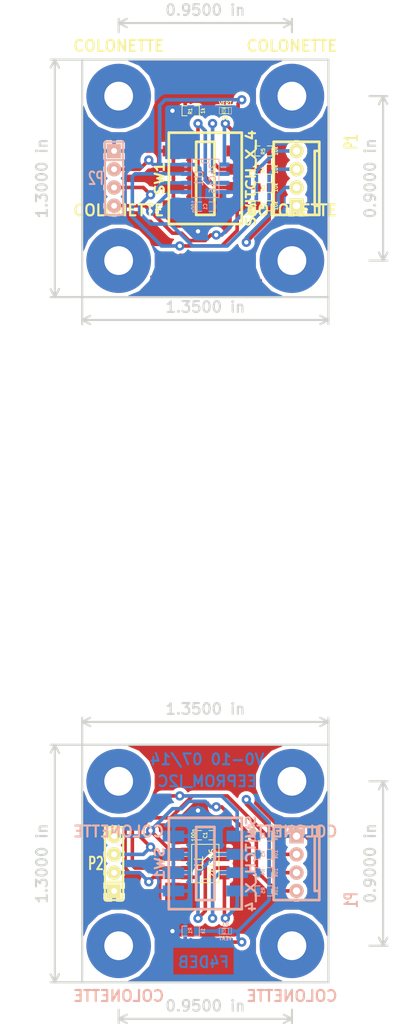
<source format=kicad_pcb>
(kicad_pcb (version 3) (host pcbnew "(2013-jul-07)-stable")

  (general
    (links 67)
    (no_connects 9)
    (area 219.965001 32.710001 281.684999 79.535)
    (thickness 1.6)
    (drawings 14)
    (tracks 258)
    (zones 0)
    (modules 30)
    (nets 10)
  )

  (page A4)
  (title_block 
    (title EEPROM_I2C)
    (rev V0-10)
    (company F4DEB)
  )

  (layers
    (15 Dessus.Cu signal)
    (0 Dessous.Cu signal)
    (16 B.Adhes user)
    (17 F.Adhes user)
    (18 B.Paste user)
    (19 F.Paste user)
    (20 B.SilkS user)
    (21 F.SilkS user)
    (22 B.Mask user)
    (23 F.Mask user)
    (24 Dwgs.User user)
    (25 Cmts.User user)
    (26 Eco1.User user)
    (27 Eco2.User user)
    (28 Edge.Cuts user)
  )

  (setup
    (last_trace_width 0.254)
    (user_trace_width 0.35)
    (user_trace_width 0.4)
    (user_trace_width 0.5)
    (user_trace_width 0.6)
    (trace_clearance 0.254)
    (zone_clearance 0.508)
    (zone_45_only no)
    (trace_min 0.254)
    (segment_width 0.2)
    (edge_width 0.1)
    (via_size 0.889)
    (via_drill 0.635)
    (via_min_size 0.889)
    (via_min_drill 0.508)
    (user_via 1.3 0.6)
    (uvia_size 0.508)
    (uvia_drill 0.127)
    (uvias_allowed no)
    (uvia_min_size 0.508)
    (uvia_min_drill 0.127)
    (pcb_text_width 0.3)
    (pcb_text_size 1.5 1.5)
    (mod_edge_width 0.15)
    (mod_text_size 1 1)
    (mod_text_width 0.15)
    (pad_size 2 2)
    (pad_drill 0.8128)
    (pad_to_mask_clearance 0)
    (aux_axis_origin 0 0)
    (visible_elements 7FFF7FFF)
    (pcbplotparams
      (layerselection 3178497)
      (usegerberextensions true)
      (excludeedgelayer true)
      (linewidth 0.150000)
      (plotframeref false)
      (viasonmask false)
      (mode 1)
      (useauxorigin false)
      (hpglpennumber 1)
      (hpglpenspeed 20)
      (hpglpendiameter 15)
      (hpglpenoverlay 2)
      (psnegative false)
      (psa4output false)
      (plotreference true)
      (plotvalue true)
      (plotothertext true)
      (plotinvisibletext false)
      (padsonsilk false)
      (subtractmaskfromsilk false)
      (outputformat 1)
      (mirror false)
      (drillshape 0)
      (scaleselection 1)
      (outputdirectory ""))
  )

  (net 0 "")
  (net 1 +5VD)
  (net 2 /SCL)
  (net 3 /SDA)
  (net 4 /WP)
  (net 5 GND)
  (net 6 N-000001)
  (net 7 N-0000011)
  (net 8 N-0000012)
  (net 9 N-0000013)

  (net_class Default "Ceci est la Netclass par défaut"
    (clearance 0.254)
    (trace_width 0.254)
    (via_dia 0.889)
    (via_drill 0.635)
    (uvia_dia 0.508)
    (uvia_drill 0.127)
    (add_net "")
    (add_net +5VD)
    (add_net /SCL)
    (add_net /SDA)
    (add_net /WP)
    (add_net GND)
    (add_net N-000001)
    (add_net N-0000011)
    (add_net N-0000012)
    (add_net N-0000013)
  )

  (module SIL-4 (layer Dessus.Cu) (tedit 53CAD6AC) (tstamp 53CAC849)
    (at 236.22 152.4 90)
    (descr "Connecteur 4 pibs")
    (tags "CONN DEV")
    (path /53C83AE7)
    (fp_text reference P2 (at 0 -2.54 360) (layer F.SilkS)
      (effects (font (size 1.73482 1.08712) (thickness 0.3048)))
    )
    (fp_text value CONN_4 (at 0 -2.54 90) (layer F.SilkS) hide
      (effects (font (size 1.524 1.016) (thickness 0.3048)))
    )
    (fp_line (start -5.08 -1.27) (end -5.08 -1.27) (layer F.SilkS) (width 0.3048))
    (fp_line (start -5.08 1.27) (end -5.08 -1.27) (layer F.SilkS) (width 0.3048))
    (fp_line (start -5.08 -1.27) (end -5.08 -1.27) (layer F.SilkS) (width 0.3048))
    (fp_line (start -5.08 -1.27) (end 5.08 -1.27) (layer F.SilkS) (width 0.3048))
    (fp_line (start 5.08 -1.27) (end 5.08 1.27) (layer F.SilkS) (width 0.3048))
    (fp_line (start 5.08 1.27) (end -5.08 1.27) (layer F.SilkS) (width 0.3048))
    (fp_line (start -2.54 1.27) (end -2.54 -1.27) (layer F.SilkS) (width 0.3048))
    (pad 1 thru_hole rect (at -3.81 0 90) (size 2 2) (drill 0.8128)
      (layers *.Cu *.Mask F.SilkS)
      (net 5 GND)
    )
    (pad 2 thru_hole circle (at -1.27 0 90) (size 2 2) (drill 0.8128)
      (layers *.Cu *.Mask F.SilkS)
      (net 1 +5VD)
    )
    (pad 3 thru_hole circle (at 1.27 0 90) (size 2 2) (drill 0.8128)
      (layers *.Cu *.Mask F.SilkS)
      (net 2 /SCL)
    )
    (pad 4 thru_hole circle (at 3.81 0 90) (size 2 2) (drill 0.8128)
      (layers *.Cu *.Mask F.SilkS)
      (net 3 /SDA)
    )
    (model ../../git-f4deb-cen-electronic-library/wings/socket_1x4.wrl
      (at (xyz -0.1 0 0))
      (scale (xyz 1 1 1))
      (rotate (xyz 0 0 90))
    )
  )

  (module COLONETTE (layer Dessous.Cu) (tedit 4FCFB52D) (tstamp 53CAC845)
    (at 236.855 140.97)
    (path /53C83A47)
    (fp_text reference K4 (at 0 0) (layer B.SilkS)
      (effects (font (size 1.524 1.524) (thickness 0.3048)) (justify mirror))
    )
    (fp_text value COLONETTE (at 0 6.985) (layer B.SilkS)
      (effects (font (size 1.524 1.524) (thickness 0.3048)) (justify mirror))
    )
    (pad 1 thru_hole circle (at 0 0) (size 8.99922 8.99922) (drill 4.0005)
      (layers *.Cu)
    )
    (model ../../git-f4deb-cen-electronic-library/wings/Colonette1.wrl
      (at (xyz 0 0 0))
      (scale (xyz 1 1 1))
      (rotate (xyz 0 0 0))
    )
  )

  (module COLONETTE (layer Dessous.Cu) (tedit 4FCFB52D) (tstamp 53CAC841)
    (at 236.855 163.83)
    (path /53C83A38)
    (fp_text reference K2 (at 0 0) (layer B.SilkS)
      (effects (font (size 1.524 1.524) (thickness 0.3048)) (justify mirror))
    )
    (fp_text value COLONETTE (at 0 6.985) (layer B.SilkS)
      (effects (font (size 1.524 1.524) (thickness 0.3048)) (justify mirror))
    )
    (pad 1 thru_hole circle (at 0 0) (size 8.99922 8.99922) (drill 4.0005)
      (layers *.Cu)
    )
    (model ../../git-f4deb-cen-electronic-library/wings/Colonette1.wrl
      (at (xyz 0 0 0))
      (scale (xyz 1 1 1))
      (rotate (xyz 0 0 0))
    )
  )

  (module COLONETTE (layer Dessous.Cu) (tedit 4FCFB52D) (tstamp 53CAC83D)
    (at 260.985 140.97)
    (path /53C83A29)
    (fp_text reference K3 (at 0 0) (layer B.SilkS)
      (effects (font (size 1.524 1.524) (thickness 0.3048)) (justify mirror))
    )
    (fp_text value COLONETTE (at 0 6.985) (layer B.SilkS)
      (effects (font (size 1.524 1.524) (thickness 0.3048)) (justify mirror))
    )
    (pad 1 thru_hole circle (at 0 0) (size 8.99922 8.99922) (drill 4.0005)
      (layers *.Cu)
    )
    (model ../../git-f4deb-cen-electronic-library/wings/Colonette1.wrl
      (at (xyz 0 0 0))
      (scale (xyz 1 1 1))
      (rotate (xyz 0 0 0))
    )
  )

  (module COLONETTE (layer Dessous.Cu) (tedit 4FCFB52D) (tstamp 53CAC839)
    (at 260.985 163.83)
    (path /53C83A1A)
    (fp_text reference K1 (at 0 0) (layer B.SilkS)
      (effects (font (size 1.524 1.524) (thickness 0.3048)) (justify mirror))
    )
    (fp_text value COLONETTE (at 0 6.985) (layer B.SilkS)
      (effects (font (size 1.524 1.524) (thickness 0.3048)) (justify mirror))
    )
    (pad 1 thru_hole circle (at 0 0) (size 8.99922 8.99922) (drill 4.0005)
      (layers *.Cu)
    )
    (model ../../git-f4deb-cen-electronic-library/wings/Colonette1.wrl
      (at (xyz 0 0 0))
      (scale (xyz 1 1 1))
      (rotate (xyz 0 0 0))
    )
  )

  (module KK-4 (layer Dessous.Cu) (tedit 4A107EDD) (tstamp 53CAC82B)
    (at 261.62 156.21 90)
    (descr "Connecteur 4 pibs")
    (tags "CONN DEV")
    (path /53C834FF)
    (fp_text reference P1 (at -1.27 7.62 90) (layer B.SilkS)
      (effects (font (size 1.73482 1.08712) (thickness 0.27178)) (justify mirror))
    )
    (fp_text value CONN_4 (at -5.08 5.08 90) (layer B.SilkS) hide
      (effects (font (size 1.524 1.016) (thickness 0.3048)) (justify mirror))
    )
    (fp_line (start 7.62 3.175) (end 7.62 2.54) (layer B.SilkS) (width 0.381))
    (fp_line (start 7.62 2.54) (end 0 2.54) (layer B.SilkS) (width 0.381))
    (fp_line (start 0 2.54) (end 0 3.175) (layer B.SilkS) (width 0.381))
    (fp_line (start -1.27 -3.175) (end 8.89 -3.175) (layer B.SilkS) (width 0.381))
    (fp_line (start 8.89 -3.175) (end 8.89 3.175) (layer B.SilkS) (width 0.381))
    (fp_line (start 8.89 3.175) (end -1.27 3.175) (layer B.SilkS) (width 0.381))
    (fp_line (start -1.27 3.175) (end -1.27 -3.175) (layer B.SilkS) (width 0.381))
    (pad 1 thru_hole rect (at 7.62 0 90) (size 1.99898 1.99898) (drill 1.00076)
      (layers *.Cu *.Mask B.SilkS)
      (net 5 GND)
    )
    (pad 2 thru_hole circle (at 5.08 0 90) (size 1.99898 1.99898) (drill 1.00076)
      (layers *.Cu *.Mask B.SilkS)
      (net 1 +5VD)
    )
    (pad 3 thru_hole circle (at 2.54 0 90) (size 1.99898 1.99898) (drill 1.00076)
      (layers *.Cu *.Mask B.SilkS)
      (net 2 /SCL)
    )
    (pad 4 thru_hole circle (at 0 0 90) (size 1.99898 1.99898) (drill 1.00076)
      (layers *.Cu *.Mask B.SilkS)
      (net 3 /SDA)
    )
    (model ../../git-f4deb-cen-electronic-library/wings/KK-4.wrl
      (at (xyz 0 0 0))
      (scale (xyz 1 1 1))
      (rotate (xyz 0 0 0))
    )
  )

  (module LED-0603 (layer Dessous.Cu) (tedit 4E16AFB4) (tstamp 53CAC810)
    (at 251.714 161.798 180)
    (descr "LED 0603 smd package")
    (tags "LED led 0603 SMD smd SMT smt smdled SMDLED smtled SMTLED")
    (path /53C83668)
    (attr smd)
    (fp_text reference D1 (at 0 1.016 180) (layer B.SilkS)
      (effects (font (size 0.508 0.508) (thickness 0.127)) (justify mirror))
    )
    (fp_text value VERT (at 0 -1.016 180) (layer B.SilkS)
      (effects (font (size 0.508 0.508) (thickness 0.127)) (justify mirror))
    )
    (fp_line (start 0.44958 0.44958) (end 0.44958 -0.44958) (layer B.SilkS) (width 0.06604))
    (fp_line (start 0.44958 -0.44958) (end 0.84836 -0.44958) (layer B.SilkS) (width 0.06604))
    (fp_line (start 0.84836 0.44958) (end 0.84836 -0.44958) (layer B.SilkS) (width 0.06604))
    (fp_line (start 0.44958 0.44958) (end 0.84836 0.44958) (layer B.SilkS) (width 0.06604))
    (fp_line (start -0.84836 0.44958) (end -0.84836 -0.44958) (layer B.SilkS) (width 0.06604))
    (fp_line (start -0.84836 -0.44958) (end -0.44958 -0.44958) (layer B.SilkS) (width 0.06604))
    (fp_line (start -0.44958 0.44958) (end -0.44958 -0.44958) (layer B.SilkS) (width 0.06604))
    (fp_line (start -0.84836 0.44958) (end -0.44958 0.44958) (layer B.SilkS) (width 0.06604))
    (fp_line (start 0 0.44958) (end 0 0.29972) (layer B.SilkS) (width 0.06604))
    (fp_line (start 0 0.29972) (end 0.29972 0.29972) (layer B.SilkS) (width 0.06604))
    (fp_line (start 0.29972 0.44958) (end 0.29972 0.29972) (layer B.SilkS) (width 0.06604))
    (fp_line (start 0 0.44958) (end 0.29972 0.44958) (layer B.SilkS) (width 0.06604))
    (fp_line (start 0 -0.29972) (end 0 -0.44958) (layer B.SilkS) (width 0.06604))
    (fp_line (start 0 -0.44958) (end 0.29972 -0.44958) (layer B.SilkS) (width 0.06604))
    (fp_line (start 0.29972 -0.29972) (end 0.29972 -0.44958) (layer B.SilkS) (width 0.06604))
    (fp_line (start 0 -0.29972) (end 0.29972 -0.29972) (layer B.SilkS) (width 0.06604))
    (fp_line (start 0 0.14986) (end 0 -0.14986) (layer B.SilkS) (width 0.06604))
    (fp_line (start 0 -0.14986) (end 0.29972 -0.14986) (layer B.SilkS) (width 0.06604))
    (fp_line (start 0.29972 0.14986) (end 0.29972 -0.14986) (layer B.SilkS) (width 0.06604))
    (fp_line (start 0 0.14986) (end 0.29972 0.14986) (layer B.SilkS) (width 0.06604))
    (fp_line (start 0.44958 0.39878) (end -0.44958 0.39878) (layer B.SilkS) (width 0.1016))
    (fp_line (start 0.44958 -0.39878) (end -0.44958 -0.39878) (layer B.SilkS) (width 0.1016))
    (pad 1 smd rect (at -0.7493 0 180) (size 0.79756 0.79756)
      (layers Dessous.Cu B.Paste B.Mask)
      (net 1 +5VD)
    )
    (pad 2 smd rect (at 0.7493 0 180) (size 0.79756 0.79756)
      (layers Dessous.Cu B.Paste B.Mask)
      (net 6 N-000001)
    )
    (model ../../git-f4deb-cen-electronic-library/wings/LED_0603_VERT.wrl
      (at (xyz 0 0 0))
      (scale (xyz 1 1 1))
      (rotate (xyz 0 0 0))
    )
  )

  (module SM0603_Capa (layer Dessus.Cu) (tedit 5051B1EC) (tstamp 53CAC805)
    (at 248.92 148.463)
    (path /53C83743)
    (attr smd)
    (fp_text reference C1 (at 0 0 90) (layer F.SilkS)
      (effects (font (size 0.508 0.4572) (thickness 0.1143)))
    )
    (fp_text value 100n (at -1.651 0 90) (layer F.SilkS)
      (effects (font (size 0.508 0.4572) (thickness 0.1143)))
    )
    (fp_line (start 0.50038 0.65024) (end 1.19888 0.65024) (layer F.SilkS) (width 0.11938))
    (fp_line (start -0.50038 0.65024) (end -1.19888 0.65024) (layer F.SilkS) (width 0.11938))
    (fp_line (start 0.50038 -0.65024) (end 1.19888 -0.65024) (layer F.SilkS) (width 0.11938))
    (fp_line (start -1.19888 -0.65024) (end -0.50038 -0.65024) (layer F.SilkS) (width 0.11938))
    (fp_line (start 1.19888 -0.635) (end 1.19888 0.635) (layer F.SilkS) (width 0.11938))
    (fp_line (start -1.19888 0.635) (end -1.19888 -0.635) (layer F.SilkS) (width 0.11938))
    (pad 1 smd rect (at -0.762 0) (size 0.635 1.143)
      (layers Dessus.Cu F.Paste F.Mask)
      (net 1 +5VD)
    )
    (pad 2 smd rect (at 0.762 0) (size 0.635 1.143)
      (layers Dessus.Cu F.Paste F.Mask)
      (net 5 GND)
    )
    (model smd\capacitors\C0603.wrl
      (at (xyz 0 0 0.001))
      (scale (xyz 0.5 0.5 0.5))
      (rotate (xyz 0 0 0))
    )
  )

  (module SM0603_Resistor (layer Dessous.Cu) (tedit 5051B21B) (tstamp 53CAC7FA)
    (at 246.888 161.798 180)
    (path /53C83659)
    (attr smd)
    (fp_text reference R1 (at 0.0635 0.0635 450) (layer B.SilkS)
      (effects (font (size 0.50038 0.4572) (thickness 0.1143)) (justify mirror))
    )
    (fp_text value 1k (at -1.69926 0 450) (layer B.SilkS)
      (effects (font (size 0.508 0.4572) (thickness 0.1143)) (justify mirror))
    )
    (fp_line (start -0.50038 0.6985) (end -1.2065 0.6985) (layer B.SilkS) (width 0.127))
    (fp_line (start -1.2065 0.6985) (end -1.2065 -0.6985) (layer B.SilkS) (width 0.127))
    (fp_line (start -1.2065 -0.6985) (end -0.50038 -0.6985) (layer B.SilkS) (width 0.127))
    (fp_line (start 1.2065 0.6985) (end 0.50038 0.6985) (layer B.SilkS) (width 0.127))
    (fp_line (start 1.2065 0.6985) (end 1.2065 -0.6985) (layer B.SilkS) (width 0.127))
    (fp_line (start 1.2065 -0.6985) (end 0.50038 -0.6985) (layer B.SilkS) (width 0.127))
    (pad 1 smd rect (at -0.762 0 180) (size 0.635 1.143)
      (layers Dessous.Cu B.Paste B.Mask)
      (net 6 N-000001)
    )
    (pad 2 smd rect (at 0.762 0 180) (size 0.635 1.143)
      (layers Dessous.Cu B.Paste B.Mask)
      (net 5 GND)
    )
    (model smd\resistors\R0603.wrl
      (at (xyz 0 0 0.001))
      (scale (xyz 0.5 0.5 0.5))
      (rotate (xyz 0 0 0))
    )
  )

  (module SM0603_Resistor (layer Dessous.Cu) (tedit 5051B21B) (tstamp 53CAC7EF)
    (at 257.048 148.59 180)
    (path /53C8332F)
    (attr smd)
    (fp_text reference R2 (at 0.0635 0.0635 450) (layer B.SilkS)
      (effects (font (size 0.50038 0.4572) (thickness 0.1143)) (justify mirror))
    )
    (fp_text value 10k (at -1.69926 0 450) (layer B.SilkS)
      (effects (font (size 0.508 0.4572) (thickness 0.1143)) (justify mirror))
    )
    (fp_line (start -0.50038 0.6985) (end -1.2065 0.6985) (layer B.SilkS) (width 0.127))
    (fp_line (start -1.2065 0.6985) (end -1.2065 -0.6985) (layer B.SilkS) (width 0.127))
    (fp_line (start -1.2065 -0.6985) (end -0.50038 -0.6985) (layer B.SilkS) (width 0.127))
    (fp_line (start 1.2065 0.6985) (end 0.50038 0.6985) (layer B.SilkS) (width 0.127))
    (fp_line (start 1.2065 0.6985) (end 1.2065 -0.6985) (layer B.SilkS) (width 0.127))
    (fp_line (start 1.2065 -0.6985) (end 0.50038 -0.6985) (layer B.SilkS) (width 0.127))
    (pad 1 smd rect (at -0.762 0 180) (size 0.635 1.143)
      (layers Dessous.Cu B.Paste B.Mask)
      (net 1 +5VD)
    )
    (pad 2 smd rect (at 0.762 0 180) (size 0.635 1.143)
      (layers Dessous.Cu B.Paste B.Mask)
      (net 4 /WP)
    )
    (model smd\resistors\R0603.wrl
      (at (xyz 0 0 0.001))
      (scale (xyz 0.5 0.5 0.5))
      (rotate (xyz 0 0 0))
    )
  )

  (module SM0603_Resistor (layer Dessous.Cu) (tedit 5051B21B) (tstamp 53CAC7E4)
    (at 257.048 156.21 180)
    (path /53C83320)
    (attr smd)
    (fp_text reference R5 (at 0.0635 0.0635 450) (layer B.SilkS)
      (effects (font (size 0.50038 0.4572) (thickness 0.1143)) (justify mirror))
    )
    (fp_text value 10k (at -1.69926 0 450) (layer B.SilkS)
      (effects (font (size 0.508 0.4572) (thickness 0.1143)) (justify mirror))
    )
    (fp_line (start -0.50038 0.6985) (end -1.2065 0.6985) (layer B.SilkS) (width 0.127))
    (fp_line (start -1.2065 0.6985) (end -1.2065 -0.6985) (layer B.SilkS) (width 0.127))
    (fp_line (start -1.2065 -0.6985) (end -0.50038 -0.6985) (layer B.SilkS) (width 0.127))
    (fp_line (start 1.2065 0.6985) (end 0.50038 0.6985) (layer B.SilkS) (width 0.127))
    (fp_line (start 1.2065 0.6985) (end 1.2065 -0.6985) (layer B.SilkS) (width 0.127))
    (fp_line (start 1.2065 -0.6985) (end 0.50038 -0.6985) (layer B.SilkS) (width 0.127))
    (pad 1 smd rect (at -0.762 0 180) (size 0.635 1.143)
      (layers Dessous.Cu B.Paste B.Mask)
      (net 1 +5VD)
    )
    (pad 2 smd rect (at 0.762 0 180) (size 0.635 1.143)
      (layers Dessous.Cu B.Paste B.Mask)
      (net 9 N-0000013)
    )
    (model smd\resistors\R0603.wrl
      (at (xyz 0 0 0.001))
      (scale (xyz 0.5 0.5 0.5))
      (rotate (xyz 0 0 0))
    )
  )

  (module SM0603_Resistor (layer Dessous.Cu) (tedit 5051B21B) (tstamp 53CAC7D9)
    (at 257.048 153.67 180)
    (path /53C83311)
    (attr smd)
    (fp_text reference R4 (at 0.0635 0.0635 450) (layer B.SilkS)
      (effects (font (size 0.50038 0.4572) (thickness 0.1143)) (justify mirror))
    )
    (fp_text value 10k (at -1.69926 0 450) (layer B.SilkS)
      (effects (font (size 0.508 0.4572) (thickness 0.1143)) (justify mirror))
    )
    (fp_line (start -0.50038 0.6985) (end -1.2065 0.6985) (layer B.SilkS) (width 0.127))
    (fp_line (start -1.2065 0.6985) (end -1.2065 -0.6985) (layer B.SilkS) (width 0.127))
    (fp_line (start -1.2065 -0.6985) (end -0.50038 -0.6985) (layer B.SilkS) (width 0.127))
    (fp_line (start 1.2065 0.6985) (end 0.50038 0.6985) (layer B.SilkS) (width 0.127))
    (fp_line (start 1.2065 0.6985) (end 1.2065 -0.6985) (layer B.SilkS) (width 0.127))
    (fp_line (start 1.2065 -0.6985) (end 0.50038 -0.6985) (layer B.SilkS) (width 0.127))
    (pad 1 smd rect (at -0.762 0 180) (size 0.635 1.143)
      (layers Dessous.Cu B.Paste B.Mask)
      (net 1 +5VD)
    )
    (pad 2 smd rect (at 0.762 0 180) (size 0.635 1.143)
      (layers Dessous.Cu B.Paste B.Mask)
      (net 8 N-0000012)
    )
    (model smd\resistors\R0603.wrl
      (at (xyz 0 0 0.001))
      (scale (xyz 0.5 0.5 0.5))
      (rotate (xyz 0 0 0))
    )
  )

  (module SM0603_Resistor (layer Dessous.Cu) (tedit 5051B21B) (tstamp 53CAC7CE)
    (at 257.048 151.13 180)
    (path /53C83302)
    (attr smd)
    (fp_text reference R3 (at 0.0635 0.0635 450) (layer B.SilkS)
      (effects (font (size 0.50038 0.4572) (thickness 0.1143)) (justify mirror))
    )
    (fp_text value 10k (at -1.69926 0 450) (layer B.SilkS)
      (effects (font (size 0.508 0.4572) (thickness 0.1143)) (justify mirror))
    )
    (fp_line (start -0.50038 0.6985) (end -1.2065 0.6985) (layer B.SilkS) (width 0.127))
    (fp_line (start -1.2065 0.6985) (end -1.2065 -0.6985) (layer B.SilkS) (width 0.127))
    (fp_line (start -1.2065 -0.6985) (end -0.50038 -0.6985) (layer B.SilkS) (width 0.127))
    (fp_line (start 1.2065 0.6985) (end 0.50038 0.6985) (layer B.SilkS) (width 0.127))
    (fp_line (start 1.2065 0.6985) (end 1.2065 -0.6985) (layer B.SilkS) (width 0.127))
    (fp_line (start 1.2065 -0.6985) (end 0.50038 -0.6985) (layer B.SilkS) (width 0.127))
    (pad 1 smd rect (at -0.762 0 180) (size 0.635 1.143)
      (layers Dessous.Cu B.Paste B.Mask)
      (net 1 +5VD)
    )
    (pad 2 smd rect (at 0.762 0 180) (size 0.635 1.143)
      (layers Dessous.Cu B.Paste B.Mask)
      (net 7 N-0000011)
    )
    (model smd\resistors\R0603.wrl
      (at (xyz 0 0 0.001))
      (scale (xyz 0.5 0.5 0.5))
      (rotate (xyz 0 0 0))
    )
  )

  (module SO8E (layer Dessus.Cu) (tedit 4F33A5C7) (tstamp 53CAC7BB)
    (at 248.92 152.4 90)
    (descr "module CMS SOJ 8 pins etroit")
    (tags "CMS SOJ")
    (path /53C832AF)
    (attr smd)
    (fp_text reference U1 (at 0 -0.889 90) (layer F.SilkS)
      (effects (font (size 1.143 1.143) (thickness 0.1524)))
    )
    (fp_text value 24C16 (at 0 1.016 90) (layer F.SilkS)
      (effects (font (size 0.889 0.889) (thickness 0.1524)))
    )
    (fp_line (start -2.667 1.778) (end -2.667 1.905) (layer F.SilkS) (width 0.127))
    (fp_line (start -2.667 1.905) (end 2.667 1.905) (layer F.SilkS) (width 0.127))
    (fp_line (start 2.667 -1.905) (end -2.667 -1.905) (layer F.SilkS) (width 0.127))
    (fp_line (start -2.667 -1.905) (end -2.667 1.778) (layer F.SilkS) (width 0.127))
    (fp_line (start -2.667 -0.508) (end -2.159 -0.508) (layer F.SilkS) (width 0.127))
    (fp_line (start -2.159 -0.508) (end -2.159 0.508) (layer F.SilkS) (width 0.127))
    (fp_line (start -2.159 0.508) (end -2.667 0.508) (layer F.SilkS) (width 0.127))
    (fp_line (start 2.667 -1.905) (end 2.667 1.905) (layer F.SilkS) (width 0.127))
    (pad 8 smd rect (at -1.905 -2.667 90) (size 0.59944 1.39954)
      (layers Dessus.Cu F.Paste F.Mask)
      (net 1 +5VD)
    )
    (pad 1 smd rect (at -1.905 2.667 90) (size 0.59944 1.39954)
      (layers Dessus.Cu F.Paste F.Mask)
      (net 9 N-0000013)
    )
    (pad 7 smd rect (at -0.635 -2.667 90) (size 0.59944 1.39954)
      (layers Dessus.Cu F.Paste F.Mask)
      (net 4 /WP)
    )
    (pad 6 smd rect (at 0.635 -2.667 90) (size 0.59944 1.39954)
      (layers Dessus.Cu F.Paste F.Mask)
      (net 2 /SCL)
    )
    (pad 5 smd rect (at 1.905 -2.667 90) (size 0.59944 1.39954)
      (layers Dessus.Cu F.Paste F.Mask)
      (net 3 /SDA)
    )
    (pad 2 smd rect (at -0.635 2.667 90) (size 0.59944 1.39954)
      (layers Dessus.Cu F.Paste F.Mask)
      (net 8 N-0000012)
    )
    (pad 3 smd rect (at 0.635 2.667 90) (size 0.59944 1.39954)
      (layers Dessus.Cu F.Paste F.Mask)
      (net 7 N-0000011)
    )
    (pad 4 smd rect (at 1.905 2.667 90) (size 0.59944 1.39954)
      (layers Dessus.Cu F.Paste F.Mask)
      (net 5 GND)
    )
    (model smd/cms_so8.wrl
      (at (xyz 0 0 0))
      (scale (xyz 0.5 0.32 0.5))
      (rotate (xyz 0 0 0))
    )
  )

  (module SWCMS4 (layer Dessous.Cu) (tedit 531CDACB) (tstamp 53CAC7A8)
    (at 248.92 152.4 90)
    (descr "Switch CMS 4 elements")
    (tags "SWITCH DEV")
    (path /53C832E9)
    (fp_text reference SW1 (at 0 -6.35 90) (layer B.SilkS)
      (effects (font (size 1.27 1.524) (thickness 0.3048)) (justify mirror))
    )
    (fp_text value SWITCH_X_4 (at 0 6.35 90) (layer B.SilkS)
      (effects (font (size 1.27 1.524) (thickness 0.3048)) (justify mirror))
    )
    (fp_line (start 5.08 1.27) (end 5.08 -1.27) (layer B.SilkS) (width 0.381))
    (fp_line (start 5.08 -1.27) (end -5.08 -1.27) (layer B.SilkS) (width 0.381))
    (fp_line (start -5.08 -1.27) (end -5.08 1.27) (layer B.SilkS) (width 0.381))
    (fp_line (start -5.08 1.27) (end 5.08 1.27) (layer B.SilkS) (width 0.381))
    (fp_line (start -6.35 -5.08) (end -6.35 5.08) (layer B.SilkS) (width 0.381))
    (fp_line (start -6.35 5.08) (end 6.35 5.08) (layer B.SilkS) (width 0.381))
    (fp_line (start 6.35 5.08) (end 6.35 -5.08) (layer B.SilkS) (width 0.381))
    (fp_line (start 6.35 -5.08) (end -6.35 -5.08) (layer B.SilkS) (width 0.381))
    (pad 1 smd rect (at -3.81 -4.445 90) (size 1.524 3)
      (layers Dessous.Cu B.Paste B.Mask)
      (net 5 GND)
    )
    (pad 2 smd rect (at -1.27 -4.445 90) (size 1.524 3)
      (layers Dessous.Cu B.Paste B.Mask)
      (net 5 GND)
    )
    (pad 3 smd rect (at 1.27 -4.445 90) (size 1.524 3)
      (layers Dessous.Cu B.Paste B.Mask)
      (net 5 GND)
    )
    (pad 4 smd rect (at 3.81 -4.445 90) (size 1.524 3)
      (layers Dessous.Cu B.Paste B.Mask)
      (net 5 GND)
    )
    (pad 5 smd rect (at 3.81 4.445 90) (size 1.524 3)
      (layers Dessous.Cu B.Paste B.Mask)
      (net 4 /WP)
    )
    (pad 6 smd rect (at 1.27 4.445 90) (size 1.524 3)
      (layers Dessous.Cu B.Paste B.Mask)
      (net 7 N-0000011)
    )
    (pad 7 smd rect (at -1.27 4.445 90) (size 1.524 3)
      (layers Dessous.Cu B.Paste B.Mask)
      (net 8 N-0000012)
    )
    (pad 8 smd rect (at -3.81 4.445 90) (size 1.524 3)
      (layers Dessous.Cu B.Paste B.Mask)
      (net 9 N-0000013)
    )
    (model ../../git-f4deb-cen-electronic-library/wings/CMS-ds04.wrl
      (at (xyz 0 0 0))
      (scale (xyz 1 1 1))
      (rotate (xyz 0 0 0))
    )
  )

  (module SWCMS4 (layer Dessus.Cu) (tedit 531CDACB) (tstamp 53C83336)
    (at 248.92 57.15 270)
    (descr "Switch CMS 4 elements")
    (tags "SWITCH DEV")
    (path /53C832E9)
    (fp_text reference SW1 (at 0 6.35 270) (layer F.SilkS)
      (effects (font (size 1.27 1.524) (thickness 0.3048)))
    )
    (fp_text value SWITCH_X_4 (at 0 -6.35 270) (layer F.SilkS)
      (effects (font (size 1.27 1.524) (thickness 0.3048)))
    )
    (fp_line (start 5.08 -1.27) (end 5.08 1.27) (layer F.SilkS) (width 0.381))
    (fp_line (start 5.08 1.27) (end -5.08 1.27) (layer F.SilkS) (width 0.381))
    (fp_line (start -5.08 1.27) (end -5.08 -1.27) (layer F.SilkS) (width 0.381))
    (fp_line (start -5.08 -1.27) (end 5.08 -1.27) (layer F.SilkS) (width 0.381))
    (fp_line (start -6.35 5.08) (end -6.35 -5.08) (layer F.SilkS) (width 0.381))
    (fp_line (start -6.35 -5.08) (end 6.35 -5.08) (layer F.SilkS) (width 0.381))
    (fp_line (start 6.35 -5.08) (end 6.35 5.08) (layer F.SilkS) (width 0.381))
    (fp_line (start 6.35 5.08) (end -6.35 5.08) (layer F.SilkS) (width 0.381))
    (pad 1 smd rect (at -3.81 4.445 270) (size 1.524 3)
      (layers Dessus.Cu F.Paste F.Mask)
      (net 5 GND)
    )
    (pad 2 smd rect (at -1.27 4.445 270) (size 1.524 3)
      (layers Dessus.Cu F.Paste F.Mask)
      (net 5 GND)
    )
    (pad 3 smd rect (at 1.27 4.445 270) (size 1.524 3)
      (layers Dessus.Cu F.Paste F.Mask)
      (net 5 GND)
    )
    (pad 4 smd rect (at 3.81 4.445 270) (size 1.524 3)
      (layers Dessus.Cu F.Paste F.Mask)
      (net 5 GND)
    )
    (pad 5 smd rect (at 3.81 -4.445 270) (size 1.524 3)
      (layers Dessus.Cu F.Paste F.Mask)
      (net 4 /WP)
    )
    (pad 6 smd rect (at 1.27 -4.445 270) (size 1.524 3)
      (layers Dessus.Cu F.Paste F.Mask)
      (net 7 N-0000011)
    )
    (pad 7 smd rect (at -1.27 -4.445 270) (size 1.524 3)
      (layers Dessus.Cu F.Paste F.Mask)
      (net 8 N-0000012)
    )
    (pad 8 smd rect (at -3.81 -4.445 270) (size 1.524 3)
      (layers Dessus.Cu F.Paste F.Mask)
      (net 9 N-0000013)
    )
    (model ../../git-f4deb-cen-electronic-library/wings/CMS-ds04.wrl
      (at (xyz 0 0 0))
      (scale (xyz 1 1 1))
      (rotate (xyz 0 0 0))
    )
  )

  (module SO8E (layer Dessous.Cu) (tedit 4F33A5C7) (tstamp 53C8334A)
    (at 248.92 57.15 270)
    (descr "module CMS SOJ 8 pins etroit")
    (tags "CMS SOJ")
    (path /53C832AF)
    (attr smd)
    (fp_text reference U1 (at 0 0.889 270) (layer B.SilkS)
      (effects (font (size 1.143 1.143) (thickness 0.1524)) (justify mirror))
    )
    (fp_text value 24C16 (at 0 -1.016 270) (layer B.SilkS)
      (effects (font (size 0.889 0.889) (thickness 0.1524)) (justify mirror))
    )
    (fp_line (start -2.667 -1.778) (end -2.667 -1.905) (layer B.SilkS) (width 0.127))
    (fp_line (start -2.667 -1.905) (end 2.667 -1.905) (layer B.SilkS) (width 0.127))
    (fp_line (start 2.667 1.905) (end -2.667 1.905) (layer B.SilkS) (width 0.127))
    (fp_line (start -2.667 1.905) (end -2.667 -1.778) (layer B.SilkS) (width 0.127))
    (fp_line (start -2.667 0.508) (end -2.159 0.508) (layer B.SilkS) (width 0.127))
    (fp_line (start -2.159 0.508) (end -2.159 -0.508) (layer B.SilkS) (width 0.127))
    (fp_line (start -2.159 -0.508) (end -2.667 -0.508) (layer B.SilkS) (width 0.127))
    (fp_line (start 2.667 1.905) (end 2.667 -1.905) (layer B.SilkS) (width 0.127))
    (pad 8 smd rect (at -1.905 2.667 270) (size 0.59944 1.39954)
      (layers Dessous.Cu B.Paste B.Mask)
      (net 1 +5VD)
    )
    (pad 1 smd rect (at -1.905 -2.667 270) (size 0.59944 1.39954)
      (layers Dessous.Cu B.Paste B.Mask)
      (net 9 N-0000013)
    )
    (pad 7 smd rect (at -0.635 2.667 270) (size 0.59944 1.39954)
      (layers Dessous.Cu B.Paste B.Mask)
      (net 4 /WP)
    )
    (pad 6 smd rect (at 0.635 2.667 270) (size 0.59944 1.39954)
      (layers Dessous.Cu B.Paste B.Mask)
      (net 2 /SCL)
    )
    (pad 5 smd rect (at 1.905 2.667 270) (size 0.59944 1.39954)
      (layers Dessous.Cu B.Paste B.Mask)
      (net 3 /SDA)
    )
    (pad 2 smd rect (at -0.635 -2.667 270) (size 0.59944 1.39954)
      (layers Dessous.Cu B.Paste B.Mask)
      (net 8 N-0000012)
    )
    (pad 3 smd rect (at 0.635 -2.667 270) (size 0.59944 1.39954)
      (layers Dessous.Cu B.Paste B.Mask)
      (net 7 N-0000011)
    )
    (pad 4 smd rect (at 1.905 -2.667 270) (size 0.59944 1.39954)
      (layers Dessous.Cu B.Paste B.Mask)
      (net 5 GND)
    )
    (model smd/cms_so8.wrl
      (at (xyz 0 0 0))
      (scale (xyz 0.5 0.32 0.5))
      (rotate (xyz 0 0 0))
    )
  )

  (module SM0603_Resistor (layer Dessus.Cu) (tedit 5051B21B) (tstamp 53C83356)
    (at 257.048 58.42 180)
    (path /53C83302)
    (attr smd)
    (fp_text reference R3 (at 0.0635 -0.0635 270) (layer F.SilkS)
      (effects (font (size 0.50038 0.4572) (thickness 0.1143)))
    )
    (fp_text value 10k (at -1.69926 0 270) (layer F.SilkS)
      (effects (font (size 0.508 0.4572) (thickness 0.1143)))
    )
    (fp_line (start -0.50038 -0.6985) (end -1.2065 -0.6985) (layer F.SilkS) (width 0.127))
    (fp_line (start -1.2065 -0.6985) (end -1.2065 0.6985) (layer F.SilkS) (width 0.127))
    (fp_line (start -1.2065 0.6985) (end -0.50038 0.6985) (layer F.SilkS) (width 0.127))
    (fp_line (start 1.2065 -0.6985) (end 0.50038 -0.6985) (layer F.SilkS) (width 0.127))
    (fp_line (start 1.2065 -0.6985) (end 1.2065 0.6985) (layer F.SilkS) (width 0.127))
    (fp_line (start 1.2065 0.6985) (end 0.50038 0.6985) (layer F.SilkS) (width 0.127))
    (pad 1 smd rect (at -0.762 0 180) (size 0.635 1.143)
      (layers Dessus.Cu F.Paste F.Mask)
      (net 1 +5VD)
    )
    (pad 2 smd rect (at 0.762 0 180) (size 0.635 1.143)
      (layers Dessus.Cu F.Paste F.Mask)
      (net 7 N-0000011)
    )
    (model smd\resistors\R0603.wrl
      (at (xyz 0 0 0.001))
      (scale (xyz 0.5 0.5 0.5))
      (rotate (xyz 0 0 0))
    )
  )

  (module SM0603_Resistor (layer Dessus.Cu) (tedit 5051B21B) (tstamp 53C8363C)
    (at 257.048 55.88 180)
    (path /53C83311)
    (attr smd)
    (fp_text reference R4 (at 0.0635 -0.0635 270) (layer F.SilkS)
      (effects (font (size 0.50038 0.4572) (thickness 0.1143)))
    )
    (fp_text value 10k (at -1.69926 0 270) (layer F.SilkS)
      (effects (font (size 0.508 0.4572) (thickness 0.1143)))
    )
    (fp_line (start -0.50038 -0.6985) (end -1.2065 -0.6985) (layer F.SilkS) (width 0.127))
    (fp_line (start -1.2065 -0.6985) (end -1.2065 0.6985) (layer F.SilkS) (width 0.127))
    (fp_line (start -1.2065 0.6985) (end -0.50038 0.6985) (layer F.SilkS) (width 0.127))
    (fp_line (start 1.2065 -0.6985) (end 0.50038 -0.6985) (layer F.SilkS) (width 0.127))
    (fp_line (start 1.2065 -0.6985) (end 1.2065 0.6985) (layer F.SilkS) (width 0.127))
    (fp_line (start 1.2065 0.6985) (end 0.50038 0.6985) (layer F.SilkS) (width 0.127))
    (pad 1 smd rect (at -0.762 0 180) (size 0.635 1.143)
      (layers Dessus.Cu F.Paste F.Mask)
      (net 1 +5VD)
    )
    (pad 2 smd rect (at 0.762 0 180) (size 0.635 1.143)
      (layers Dessus.Cu F.Paste F.Mask)
      (net 8 N-0000012)
    )
    (model smd\resistors\R0603.wrl
      (at (xyz 0 0 0.001))
      (scale (xyz 0.5 0.5 0.5))
      (rotate (xyz 0 0 0))
    )
  )

  (module SM0603_Resistor (layer Dessus.Cu) (tedit 5051B21B) (tstamp 53C8336E)
    (at 257.048 53.34 180)
    (path /53C83320)
    (attr smd)
    (fp_text reference R5 (at 0.0635 -0.0635 270) (layer F.SilkS)
      (effects (font (size 0.50038 0.4572) (thickness 0.1143)))
    )
    (fp_text value 10k (at -1.69926 0 270) (layer F.SilkS)
      (effects (font (size 0.508 0.4572) (thickness 0.1143)))
    )
    (fp_line (start -0.50038 -0.6985) (end -1.2065 -0.6985) (layer F.SilkS) (width 0.127))
    (fp_line (start -1.2065 -0.6985) (end -1.2065 0.6985) (layer F.SilkS) (width 0.127))
    (fp_line (start -1.2065 0.6985) (end -0.50038 0.6985) (layer F.SilkS) (width 0.127))
    (fp_line (start 1.2065 -0.6985) (end 0.50038 -0.6985) (layer F.SilkS) (width 0.127))
    (fp_line (start 1.2065 -0.6985) (end 1.2065 0.6985) (layer F.SilkS) (width 0.127))
    (fp_line (start 1.2065 0.6985) (end 0.50038 0.6985) (layer F.SilkS) (width 0.127))
    (pad 1 smd rect (at -0.762 0 180) (size 0.635 1.143)
      (layers Dessus.Cu F.Paste F.Mask)
      (net 1 +5VD)
    )
    (pad 2 smd rect (at 0.762 0 180) (size 0.635 1.143)
      (layers Dessus.Cu F.Paste F.Mask)
      (net 9 N-0000013)
    )
    (model smd\resistors\R0603.wrl
      (at (xyz 0 0 0.001))
      (scale (xyz 0.5 0.5 0.5))
      (rotate (xyz 0 0 0))
    )
  )

  (module SM0603_Resistor (layer Dessus.Cu) (tedit 5051B21B) (tstamp 53C8337A)
    (at 257.048 60.96 180)
    (path /53C8332F)
    (attr smd)
    (fp_text reference R2 (at 0.0635 -0.0635 270) (layer F.SilkS)
      (effects (font (size 0.50038 0.4572) (thickness 0.1143)))
    )
    (fp_text value 10k (at -1.69926 0 270) (layer F.SilkS)
      (effects (font (size 0.508 0.4572) (thickness 0.1143)))
    )
    (fp_line (start -0.50038 -0.6985) (end -1.2065 -0.6985) (layer F.SilkS) (width 0.127))
    (fp_line (start -1.2065 -0.6985) (end -1.2065 0.6985) (layer F.SilkS) (width 0.127))
    (fp_line (start -1.2065 0.6985) (end -0.50038 0.6985) (layer F.SilkS) (width 0.127))
    (fp_line (start 1.2065 -0.6985) (end 0.50038 -0.6985) (layer F.SilkS) (width 0.127))
    (fp_line (start 1.2065 -0.6985) (end 1.2065 0.6985) (layer F.SilkS) (width 0.127))
    (fp_line (start 1.2065 0.6985) (end 0.50038 0.6985) (layer F.SilkS) (width 0.127))
    (pad 1 smd rect (at -0.762 0 180) (size 0.635 1.143)
      (layers Dessus.Cu F.Paste F.Mask)
      (net 1 +5VD)
    )
    (pad 2 smd rect (at 0.762 0 180) (size 0.635 1.143)
      (layers Dessus.Cu F.Paste F.Mask)
      (net 4 /WP)
    )
    (model smd\resistors\R0603.wrl
      (at (xyz 0 0 0.001))
      (scale (xyz 0.5 0.5 0.5))
      (rotate (xyz 0 0 0))
    )
  )

  (module SM0603_Resistor (layer Dessus.Cu) (tedit 5051B21B) (tstamp 53C83386)
    (at 246.888 47.752 180)
    (path /53C83659)
    (attr smd)
    (fp_text reference R1 (at 0.0635 -0.0635 270) (layer F.SilkS)
      (effects (font (size 0.50038 0.4572) (thickness 0.1143)))
    )
    (fp_text value 1k (at -1.69926 0 270) (layer F.SilkS)
      (effects (font (size 0.508 0.4572) (thickness 0.1143)))
    )
    (fp_line (start -0.50038 -0.6985) (end -1.2065 -0.6985) (layer F.SilkS) (width 0.127))
    (fp_line (start -1.2065 -0.6985) (end -1.2065 0.6985) (layer F.SilkS) (width 0.127))
    (fp_line (start -1.2065 0.6985) (end -0.50038 0.6985) (layer F.SilkS) (width 0.127))
    (fp_line (start 1.2065 -0.6985) (end 0.50038 -0.6985) (layer F.SilkS) (width 0.127))
    (fp_line (start 1.2065 -0.6985) (end 1.2065 0.6985) (layer F.SilkS) (width 0.127))
    (fp_line (start 1.2065 0.6985) (end 0.50038 0.6985) (layer F.SilkS) (width 0.127))
    (pad 1 smd rect (at -0.762 0 180) (size 0.635 1.143)
      (layers Dessus.Cu F.Paste F.Mask)
      (net 6 N-000001)
    )
    (pad 2 smd rect (at 0.762 0 180) (size 0.635 1.143)
      (layers Dessus.Cu F.Paste F.Mask)
      (net 5 GND)
    )
    (model smd\resistors\R0603.wrl
      (at (xyz 0 0 0.001))
      (scale (xyz 0.5 0.5 0.5))
      (rotate (xyz 0 0 0))
    )
  )

  (module SM0603_Capa (layer Dessous.Cu) (tedit 5051B1EC) (tstamp 53C83392)
    (at 248.92 61.087)
    (path /53C83743)
    (attr smd)
    (fp_text reference C1 (at 0 0 270) (layer B.SilkS)
      (effects (font (size 0.508 0.4572) (thickness 0.1143)) (justify mirror))
    )
    (fp_text value 100n (at -1.651 0 270) (layer B.SilkS)
      (effects (font (size 0.508 0.4572) (thickness 0.1143)) (justify mirror))
    )
    (fp_line (start 0.50038 -0.65024) (end 1.19888 -0.65024) (layer B.SilkS) (width 0.11938))
    (fp_line (start -0.50038 -0.65024) (end -1.19888 -0.65024) (layer B.SilkS) (width 0.11938))
    (fp_line (start 0.50038 0.65024) (end 1.19888 0.65024) (layer B.SilkS) (width 0.11938))
    (fp_line (start -1.19888 0.65024) (end -0.50038 0.65024) (layer B.SilkS) (width 0.11938))
    (fp_line (start 1.19888 0.635) (end 1.19888 -0.635) (layer B.SilkS) (width 0.11938))
    (fp_line (start -1.19888 -0.635) (end -1.19888 0.635) (layer B.SilkS) (width 0.11938))
    (pad 1 smd rect (at -0.762 0) (size 0.635 1.143)
      (layers Dessous.Cu B.Paste B.Mask)
      (net 1 +5VD)
    )
    (pad 2 smd rect (at 0.762 0) (size 0.635 1.143)
      (layers Dessous.Cu B.Paste B.Mask)
      (net 5 GND)
    )
    (model smd\capacitors\C0603.wrl
      (at (xyz 0 0 0.001))
      (scale (xyz 0.5 0.5 0.5))
      (rotate (xyz 0 0 0))
    )
  )

  (module LED-0603 (layer Dessus.Cu) (tedit 4E16AFB4) (tstamp 53C833AE)
    (at 251.714 47.752 180)
    (descr "LED 0603 smd package")
    (tags "LED led 0603 SMD smd SMT smt smdled SMDLED smtled SMTLED")
    (path /53C83668)
    (attr smd)
    (fp_text reference D1 (at 0 -1.016 180) (layer F.SilkS)
      (effects (font (size 0.508 0.508) (thickness 0.127)))
    )
    (fp_text value VERT (at 0 1.016 180) (layer F.SilkS)
      (effects (font (size 0.508 0.508) (thickness 0.127)))
    )
    (fp_line (start 0.44958 -0.44958) (end 0.44958 0.44958) (layer F.SilkS) (width 0.06604))
    (fp_line (start 0.44958 0.44958) (end 0.84836 0.44958) (layer F.SilkS) (width 0.06604))
    (fp_line (start 0.84836 -0.44958) (end 0.84836 0.44958) (layer F.SilkS) (width 0.06604))
    (fp_line (start 0.44958 -0.44958) (end 0.84836 -0.44958) (layer F.SilkS) (width 0.06604))
    (fp_line (start -0.84836 -0.44958) (end -0.84836 0.44958) (layer F.SilkS) (width 0.06604))
    (fp_line (start -0.84836 0.44958) (end -0.44958 0.44958) (layer F.SilkS) (width 0.06604))
    (fp_line (start -0.44958 -0.44958) (end -0.44958 0.44958) (layer F.SilkS) (width 0.06604))
    (fp_line (start -0.84836 -0.44958) (end -0.44958 -0.44958) (layer F.SilkS) (width 0.06604))
    (fp_line (start 0 -0.44958) (end 0 -0.29972) (layer F.SilkS) (width 0.06604))
    (fp_line (start 0 -0.29972) (end 0.29972 -0.29972) (layer F.SilkS) (width 0.06604))
    (fp_line (start 0.29972 -0.44958) (end 0.29972 -0.29972) (layer F.SilkS) (width 0.06604))
    (fp_line (start 0 -0.44958) (end 0.29972 -0.44958) (layer F.SilkS) (width 0.06604))
    (fp_line (start 0 0.29972) (end 0 0.44958) (layer F.SilkS) (width 0.06604))
    (fp_line (start 0 0.44958) (end 0.29972 0.44958) (layer F.SilkS) (width 0.06604))
    (fp_line (start 0.29972 0.29972) (end 0.29972 0.44958) (layer F.SilkS) (width 0.06604))
    (fp_line (start 0 0.29972) (end 0.29972 0.29972) (layer F.SilkS) (width 0.06604))
    (fp_line (start 0 -0.14986) (end 0 0.14986) (layer F.SilkS) (width 0.06604))
    (fp_line (start 0 0.14986) (end 0.29972 0.14986) (layer F.SilkS) (width 0.06604))
    (fp_line (start 0.29972 -0.14986) (end 0.29972 0.14986) (layer F.SilkS) (width 0.06604))
    (fp_line (start 0 -0.14986) (end 0.29972 -0.14986) (layer F.SilkS) (width 0.06604))
    (fp_line (start 0.44958 -0.39878) (end -0.44958 -0.39878) (layer F.SilkS) (width 0.1016))
    (fp_line (start 0.44958 0.39878) (end -0.44958 0.39878) (layer F.SilkS) (width 0.1016))
    (pad 1 smd rect (at -0.7493 0 180) (size 0.79756 0.79756)
      (layers Dessus.Cu F.Paste F.Mask)
      (net 1 +5VD)
    )
    (pad 2 smd rect (at 0.7493 0 180) (size 0.79756 0.79756)
      (layers Dessus.Cu F.Paste F.Mask)
      (net 6 N-000001)
    )
    (model ../../git-f4deb-cen-electronic-library/wings/LED_0603_VERT.wrl
      (at (xyz 0 0 0))
      (scale (xyz 1 1 1))
      (rotate (xyz 0 0 0))
    )
  )

  (module KK-4 (layer Dessus.Cu) (tedit 4A107EDD) (tstamp 53C833BD)
    (at 261.62 53.34 270)
    (descr "Connecteur 4 pibs")
    (tags "CONN DEV")
    (path /53C834FF)
    (fp_text reference P1 (at -1.27 -7.62 270) (layer F.SilkS)
      (effects (font (size 1.73482 1.08712) (thickness 0.27178)))
    )
    (fp_text value CONN_4 (at -5.08 -5.08 270) (layer F.SilkS) hide
      (effects (font (size 1.524 1.016) (thickness 0.3048)))
    )
    (fp_line (start 7.62 -3.175) (end 7.62 -2.54) (layer F.SilkS) (width 0.381))
    (fp_line (start 7.62 -2.54) (end 0 -2.54) (layer F.SilkS) (width 0.381))
    (fp_line (start 0 -2.54) (end 0 -3.175) (layer F.SilkS) (width 0.381))
    (fp_line (start -1.27 3.175) (end 8.89 3.175) (layer F.SilkS) (width 0.381))
    (fp_line (start 8.89 3.175) (end 8.89 -3.175) (layer F.SilkS) (width 0.381))
    (fp_line (start 8.89 -3.175) (end -1.27 -3.175) (layer F.SilkS) (width 0.381))
    (fp_line (start -1.27 -3.175) (end -1.27 3.175) (layer F.SilkS) (width 0.381))
    (pad 1 thru_hole rect (at 7.62 0 270) (size 1.99898 1.99898) (drill 1.00076)
      (layers *.Cu *.Mask F.SilkS)
      (net 5 GND)
    )
    (pad 2 thru_hole circle (at 5.08 0 270) (size 1.99898 1.99898) (drill 1.00076)
      (layers *.Cu *.Mask F.SilkS)
      (net 1 +5VD)
    )
    (pad 3 thru_hole circle (at 2.54 0 270) (size 1.99898 1.99898) (drill 1.00076)
      (layers *.Cu *.Mask F.SilkS)
      (net 2 /SCL)
    )
    (pad 4 thru_hole circle (at 0 0 270) (size 1.99898 1.99898) (drill 1.00076)
      (layers *.Cu *.Mask F.SilkS)
      (net 3 /SDA)
    )
    (model ../../git-f4deb-cen-electronic-library/wings/KK-4.wrl
      (at (xyz 0 0 0))
      (scale (xyz 1 1 1))
      (rotate (xyz 0 0 0))
    )
  )

  (module COLONETTE (layer Dessus.Cu) (tedit 4FCFB52D) (tstamp 53C833D1)
    (at 260.985 45.72)
    (path /53C83A1A)
    (fp_text reference K1 (at 0 0) (layer F.SilkS)
      (effects (font (size 1.524 1.524) (thickness 0.3048)))
    )
    (fp_text value COLONETTE (at 0 -6.985) (layer F.SilkS)
      (effects (font (size 1.524 1.524) (thickness 0.3048)))
    )
    (pad 1 thru_hole circle (at 0 0) (size 8.99922 8.99922) (drill 4.0005)
      (layers *.Cu)
    )
    (model ../../git-f4deb-cen-electronic-library/wings/Colonette1.wrl
      (at (xyz 0 0 0))
      (scale (xyz 1 1 1))
      (rotate (xyz 0 0 0))
    )
  )

  (module COLONETTE (layer Dessus.Cu) (tedit 4FCFB52D) (tstamp 53C833D6)
    (at 260.985 68.58)
    (path /53C83A29)
    (fp_text reference K3 (at 0 0) (layer F.SilkS)
      (effects (font (size 1.524 1.524) (thickness 0.3048)))
    )
    (fp_text value COLONETTE (at 0 -6.985) (layer F.SilkS)
      (effects (font (size 1.524 1.524) (thickness 0.3048)))
    )
    (pad 1 thru_hole circle (at 0 0) (size 8.99922 8.99922) (drill 4.0005)
      (layers *.Cu)
    )
    (model ../../git-f4deb-cen-electronic-library/wings/Colonette1.wrl
      (at (xyz 0 0 0))
      (scale (xyz 1 1 1))
      (rotate (xyz 0 0 0))
    )
  )

  (module COLONETTE (layer Dessus.Cu) (tedit 4FCFB52D) (tstamp 53C833DB)
    (at 236.855 45.72)
    (path /53C83A38)
    (fp_text reference K2 (at 0 0) (layer F.SilkS)
      (effects (font (size 1.524 1.524) (thickness 0.3048)))
    )
    (fp_text value COLONETTE (at 0 -6.985) (layer F.SilkS)
      (effects (font (size 1.524 1.524) (thickness 0.3048)))
    )
    (pad 1 thru_hole circle (at 0 0) (size 8.99922 8.99922) (drill 4.0005)
      (layers *.Cu)
    )
    (model ../../git-f4deb-cen-electronic-library/wings/Colonette1.wrl
      (at (xyz 0 0 0))
      (scale (xyz 1 1 1))
      (rotate (xyz 0 0 0))
    )
  )

  (module COLONETTE (layer Dessus.Cu) (tedit 4FCFB52D) (tstamp 53C833E0)
    (at 236.855 68.58)
    (path /53C83A47)
    (fp_text reference K4 (at 0 0) (layer F.SilkS)
      (effects (font (size 1.524 1.524) (thickness 0.3048)))
    )
    (fp_text value COLONETTE (at 0 -6.985) (layer F.SilkS)
      (effects (font (size 1.524 1.524) (thickness 0.3048)))
    )
    (pad 1 thru_hole circle (at 0 0) (size 8.99922 8.99922) (drill 4.0005)
      (layers *.Cu)
    )
    (model ../../git-f4deb-cen-electronic-library/wings/Colonette1.wrl
      (at (xyz 0 0 0))
      (scale (xyz 1 1 1))
      (rotate (xyz 0 0 0))
    )
  )

  (module SIL-4 (layer Dessous.Cu) (tedit 53CAD6CC) (tstamp 53C833CC)
    (at 236.22 57.15 270)
    (descr "Connecteur 4 pibs")
    (tags "CONN DEV")
    (path /53C83AE7)
    (fp_text reference P2 (at 0 2.54 360) (layer B.SilkS)
      (effects (font (size 1.73482 1.08712) (thickness 0.3048)) (justify mirror))
    )
    (fp_text value CONN_4 (at 0 2.54 270) (layer B.SilkS) hide
      (effects (font (size 1.524 1.016) (thickness 0.3048)) (justify mirror))
    )
    (fp_line (start -5.08 1.27) (end -5.08 1.27) (layer B.SilkS) (width 0.3048))
    (fp_line (start -5.08 -1.27) (end -5.08 1.27) (layer B.SilkS) (width 0.3048))
    (fp_line (start -5.08 1.27) (end -5.08 1.27) (layer B.SilkS) (width 0.3048))
    (fp_line (start -5.08 1.27) (end 5.08 1.27) (layer B.SilkS) (width 0.3048))
    (fp_line (start 5.08 1.27) (end 5.08 -1.27) (layer B.SilkS) (width 0.3048))
    (fp_line (start 5.08 -1.27) (end -5.08 -1.27) (layer B.SilkS) (width 0.3048))
    (fp_line (start -2.54 -1.27) (end -2.54 1.27) (layer B.SilkS) (width 0.3048))
    (pad 1 thru_hole rect (at -3.81 0 270) (size 2 2) (drill 0.8128)
      (layers *.Cu *.Mask B.SilkS)
      (net 5 GND)
    )
    (pad 2 thru_hole circle (at -1.27 0 270) (size 2 2) (drill 0.8128)
      (layers *.Cu *.Mask B.SilkS)
      (net 1 +5VD)
    )
    (pad 3 thru_hole circle (at 1.27 0 270) (size 2 2) (drill 0.8128)
      (layers *.Cu *.Mask B.SilkS)
      (net 2 /SCL)
    )
    (pad 4 thru_hole circle (at 3.81 0 270) (size 2 2) (drill 0.8128)
      (layers *.Cu *.Mask B.SilkS)
      (net 3 /SDA)
    )
    (model ../../git-f4deb-cen-electronic-library/wings/socket_1x4.wrl
      (at (xyz -0.1 0 0))
      (scale (xyz 1 1 1))
      (rotate (xyz 0 0 90))
    )
  )

  (gr_text EEPROM_I2C (at 249.174 140.97) (layer Dessous.Cu) (tstamp 53CAC8E2)
    (effects (font (size 1.5 1.5) (thickness 0.3)) (justify mirror))
  )
  (gr_text "V0-10 07/14" (at 249.174 137.922) (layer Dessous.Cu) (tstamp 53CAC8E1)
    (effects (font (size 1.5 1.5) (thickness 0.3)) (justify mirror))
  )
  (gr_text F4DEB (at 248.666 166.116) (layer Dessous.Cu) (tstamp 53CAC8E0)
    (effects (font (size 1.5 1.5) (thickness 0.3)) (justify mirror))
  )
  (dimension 34.29 (width 0.3) (layer Edge.Cuts) (tstamp 53CAC8DE)
    (gr_text "34,290 mm" (at 248.919999 131.365001) (layer Edge.Cuts) (tstamp 53CAC8DF)
      (effects (font (size 1.5 1.5) (thickness 0.3)))
    )
    (feature1 (pts (xy 266.065 168.91) (xy 266.064999 130.015001)))
    (feature2 (pts (xy 231.775 168.91) (xy 231.774999 130.015001)))
    (crossbar (pts (xy 231.774999 132.715001) (xy 266.064999 132.715001)))
    (arrow1a (pts (xy 266.064999 132.715001) (xy 264.938496 132.128581)))
    (arrow1b (pts (xy 266.064999 132.715001) (xy 264.938496 133.301421)))
    (arrow2a (pts (xy 231.774999 132.715001) (xy 232.901502 132.128581)))
    (arrow2b (pts (xy 231.774999 132.715001) (xy 232.901502 133.301421)))
  )
  (dimension 33.02 (width 0.3) (layer Edge.Cuts) (tstamp 53CAC8DC)
    (gr_text "33,020 mm" (at 226.615 152.4 90) (layer Edge.Cuts) (tstamp 53CAC8DD)
      (effects (font (size 1.5 1.5) (thickness 0.3)))
    )
    (feature1 (pts (xy 266.065 168.91) (xy 225.265 168.91)))
    (feature2 (pts (xy 266.065 135.89) (xy 225.265 135.89)))
    (crossbar (pts (xy 227.965 135.89) (xy 227.965 168.91)))
    (arrow1a (pts (xy 227.965 168.91) (xy 228.55142 167.783497)))
    (arrow1b (pts (xy 227.965 168.91) (xy 227.37858 167.783497)))
    (arrow2a (pts (xy 227.965 135.89) (xy 228.55142 137.016503)))
    (arrow2b (pts (xy 227.965 135.89) (xy 227.37858 137.016503)))
  )
  (dimension 24.13 (width 0.3) (layer Edge.Cuts) (tstamp 53CAC8DA)
    (gr_text "24,130 mm" (at 248.92 175.339999) (layer Edge.Cuts) (tstamp 53CAC8DB)
      (effects (font (size 1.5 1.5) (thickness 0.3)))
    )
    (feature1 (pts (xy 260.985 172.72) (xy 260.985 176.689999)))
    (feature2 (pts (xy 236.855 172.72) (xy 236.855 176.689999)))
    (crossbar (pts (xy 236.855 173.989999) (xy 260.985 173.989999)))
    (arrow1a (pts (xy 260.985 173.989999) (xy 259.858497 173.403579)))
    (arrow1b (pts (xy 260.985 173.989999) (xy 259.858497 174.576419)))
    (arrow2a (pts (xy 236.855 173.989999) (xy 237.981503 173.403579)))
    (arrow2b (pts (xy 236.855 173.989999) (xy 237.981503 174.576419)))
  )
  (dimension 22.86 (width 0.3) (layer Edge.Cuts) (tstamp 53CAC8D8)
    (gr_text "22,860 mm" (at 275.034999 152.4 270) (layer Edge.Cuts) (tstamp 53CAC8D9)
      (effects (font (size 1.5 1.5) (thickness 0.3)))
    )
    (feature1 (pts (xy 271.78 140.97) (xy 276.384999 140.97)))
    (feature2 (pts (xy 271.78 163.83) (xy 276.384999 163.83)))
    (crossbar (pts (xy 273.684999 163.83) (xy 273.684999 140.97)))
    (arrow1a (pts (xy 273.684999 140.97) (xy 273.098579 142.096503)))
    (arrow1b (pts (xy 273.684999 140.97) (xy 274.271419 142.096503)))
    (arrow2a (pts (xy 273.684999 163.83) (xy 273.098579 162.703497)))
    (arrow2b (pts (xy 273.684999 163.83) (xy 274.271419 162.703497)))
  )
  (dimension 22.86 (width 0.3) (layer Edge.Cuts)
    (gr_text "22,860 mm" (at 275.034999 57.15 270) (layer Edge.Cuts)
      (effects (font (size 1.5 1.5) (thickness 0.3)))
    )
    (feature1 (pts (xy 271.78 68.58) (xy 276.384999 68.58)))
    (feature2 (pts (xy 271.78 45.72) (xy 276.384999 45.72)))
    (crossbar (pts (xy 273.684999 45.72) (xy 273.684999 68.58)))
    (arrow1a (pts (xy 273.684999 68.58) (xy 273.098579 67.453497)))
    (arrow1b (pts (xy 273.684999 68.58) (xy 274.271419 67.453497)))
    (arrow2a (pts (xy 273.684999 45.72) (xy 273.098579 46.846503)))
    (arrow2b (pts (xy 273.684999 45.72) (xy 274.271419 46.846503)))
  )
  (dimension 24.13 (width 0.3) (layer Edge.Cuts)
    (gr_text "24,130 mm" (at 248.92 34.210001) (layer Edge.Cuts)
      (effects (font (size 1.5 1.5) (thickness 0.3)))
    )
    (feature1 (pts (xy 260.985 36.83) (xy 260.985 32.860001)))
    (feature2 (pts (xy 236.855 36.83) (xy 236.855 32.860001)))
    (crossbar (pts (xy 236.855 35.560001) (xy 260.985 35.560001)))
    (arrow1a (pts (xy 260.985 35.560001) (xy 259.858497 36.146421)))
    (arrow1b (pts (xy 260.985 35.560001) (xy 259.858497 34.973581)))
    (arrow2a (pts (xy 236.855 35.560001) (xy 237.981503 36.146421)))
    (arrow2b (pts (xy 236.855 35.560001) (xy 237.981503 34.973581)))
  )
  (dimension 33.02 (width 0.3) (layer Edge.Cuts)
    (gr_text "33,020 mm" (at 226.615 57.15 90) (layer Edge.Cuts)
      (effects (font (size 1.5 1.5) (thickness 0.3)))
    )
    (feature1 (pts (xy 266.065 40.64) (xy 225.265 40.64)))
    (feature2 (pts (xy 266.065 73.66) (xy 225.265 73.66)))
    (crossbar (pts (xy 227.965 73.66) (xy 227.965 40.64)))
    (arrow1a (pts (xy 227.965 40.64) (xy 228.55142 41.766503)))
    (arrow1b (pts (xy 227.965 40.64) (xy 227.37858 41.766503)))
    (arrow2a (pts (xy 227.965 73.66) (xy 228.55142 72.533497)))
    (arrow2b (pts (xy 227.965 73.66) (xy 227.37858 72.533497)))
  )
  (dimension 34.29 (width 0.3) (layer Edge.Cuts)
    (gr_text "34,290 mm" (at 248.919999 78.184999) (layer Edge.Cuts)
      (effects (font (size 1.5 1.5) (thickness 0.3)))
    )
    (feature1 (pts (xy 266.065 40.64) (xy 266.064999 79.534999)))
    (feature2 (pts (xy 231.775 40.64) (xy 231.774999 79.534999)))
    (crossbar (pts (xy 231.774999 76.834999) (xy 266.064999 76.834999)))
    (arrow1a (pts (xy 266.064999 76.834999) (xy 264.938496 77.421419)))
    (arrow1b (pts (xy 266.064999 76.834999) (xy 264.938496 76.248579)))
    (arrow2a (pts (xy 231.774999 76.834999) (xy 232.901502 77.421419)))
    (arrow2b (pts (xy 231.774999 76.834999) (xy 232.901502 76.248579)))
  )
  (gr_text F4DEB (at 248.666 43.434) (layer Dessus.Cu)
    (effects (font (size 1.5 1.5) (thickness 0.3)))
  )
  (gr_text "V0-10 07/14" (at 249.174 71.628) (layer Dessus.Cu)
    (effects (font (size 1.5 1.5) (thickness 0.3)))
  )
  (gr_text EEPROM_I2C (at 249.174 68.58) (layer Dessus.Cu)
    (effects (font (size 1.5 1.5) (thickness 0.3)))
  )

  (segment (start 239.776 153.67) (end 236.22 153.67) (width 0.5) (layer Dessous.Cu) (net 1) (tstamp 53CAC875))
  (segment (start 241.046 154.94) (end 239.776 153.67) (width 0.5) (layer Dessous.Cu) (net 1) (tstamp 53CAC874))
  (via (at 241.046 154.94) (size 1.3) (drill 0.6) (layers Dessus.Cu Dessous.Cu) (net 1) (tstamp 53CAC873))
  (segment (start 257.81 148.59) (end 257.81 151.13) (width 0.5) (layer Dessous.Cu) (net 1) (tstamp 53CAC872))
  (segment (start 257.81 151.13) (end 257.81 153.67) (width 0.5) (layer Dessous.Cu) (net 1) (tstamp 53CAC871))
  (segment (start 257.81 153.67) (end 257.81 156.21) (width 0.5) (layer Dessous.Cu) (net 1) (tstamp 53CAC870))
  (segment (start 253.492 161.798) (end 257.81 157.48) (width 0.5) (layer Dessous.Cu) (net 1) (tstamp 53CAC86F))
  (segment (start 257.81 157.48) (end 257.81 156.21) (width 0.5) (layer Dessous.Cu) (net 1) (tstamp 53CAC86E))
  (segment (start 252.4633 161.798) (end 253.492 161.798) (width 0.5) (layer Dessous.Cu) (net 1) (tstamp 53CAC86D))
  (segment (start 248.158 153.797) (end 247.65 154.305) (width 0.5) (layer Dessus.Cu) (net 1) (tstamp 53CAC86C))
  (segment (start 247.65 154.305) (end 246.253 154.305) (width 0.5) (layer Dessus.Cu) (net 1) (tstamp 53CAC86B))
  (segment (start 248.158 148.463) (end 248.158 153.797) (width 0.5) (layer Dessus.Cu) (net 1) (tstamp 53CAC86A))
  (segment (start 242.57 154.305) (end 246.253 154.305) (width 0.5) (layer Dessus.Cu) (net 1) (tstamp 53CAC869))
  (segment (start 241.681 154.305) (end 241.046 154.94) (width 0.5) (layer Dessus.Cu) (net 1) (tstamp 53CAC868))
  (segment (start 242.57 154.305) (end 241.681 154.305) (width 0.5) (layer Dessus.Cu) (net 1) (tstamp 53CAC867))
  (segment (start 260.096 151.13) (end 259.08 150.114) (width 0.5) (layer Dessus.Cu) (net 1) (tstamp 53CAC866))
  (segment (start 259.08 150.114) (end 259.08 149.225) (width 0.5) (layer Dessus.Cu) (net 1) (tstamp 53CAC865))
  (segment (start 257.81 147.32) (end 257.81 148.59) (width 0.5) (layer Dessous.Cu) (net 1) (tstamp 53CAC864))
  (segment (start 261.62 151.13) (end 260.096 151.13) (width 0.5) (layer Dessus.Cu) (net 1) (tstamp 53CAC863))
  (segment (start 242.57 162.56) (end 243.332 163.322) (width 0.5) (layer Dessus.Cu) (net 1) (tstamp 53CAC862))
  (segment (start 243.332 163.322) (end 254 163.322) (width 0.5) (layer Dessus.Cu) (net 1) (tstamp 53CAC861))
  (via (at 254 163.322) (size 1.3) (drill 0.6) (layers Dessus.Cu Dessous.Cu) (net 1) (tstamp 53CAC860))
  (segment (start 254 163.322) (end 253.492 162.814) (width 0.5) (layer Dessous.Cu) (net 1) (tstamp 53CAC85F))
  (segment (start 253.492 162.814) (end 253.492 161.798) (width 0.5) (layer Dessous.Cu) (net 1) (tstamp 53CAC85E))
  (segment (start 242.57 154.305) (end 242.57 162.56) (width 0.5) (layer Dessus.Cu) (net 1) (tstamp 53CAC85D))
  (segment (start 259.08 148.59) (end 254.635 144.145) (width 0.5) (layer Dessus.Cu) (net 1) (tstamp 53CAC85C))
  (segment (start 254.635 144.145) (end 254.635 143.51) (width 0.5) (layer Dessus.Cu) (net 1) (tstamp 53CAC85B))
  (via (at 254.635 143.51) (size 1.3) (drill 0.6) (layers Dessus.Cu Dessous.Cu) (net 1) (tstamp 53CAC85A))
  (segment (start 254.635 143.51) (end 257.81 146.685) (width 0.5) (layer Dessous.Cu) (net 1) (tstamp 53CAC859))
  (segment (start 257.81 146.685) (end 257.81 147.32) (width 0.5) (layer Dessous.Cu) (net 1) (tstamp 53CAC858))
  (segment (start 259.08 149.225) (end 259.08 148.59) (width 0.5) (layer Dessus.Cu) (net 1) (tstamp 53CAC857))
  (segment (start 259.08 60.325) (end 259.08 60.96) (width 0.5) (layer Dessous.Cu) (net 1))
  (segment (start 257.81 62.865) (end 257.81 62.23) (width 0.5) (layer Dessus.Cu) (net 1) (tstamp 53C83930))
  (segment (start 254.635 66.04) (end 257.81 62.865) (width 0.5) (layer Dessus.Cu) (net 1) (tstamp 53C8392F))
  (via (at 254.635 66.04) (size 1.3) (drill 0.6) (layers Dessus.Cu Dessous.Cu) (net 1))
  (segment (start 254.635 65.405) (end 254.635 66.04) (width 0.5) (layer Dessous.Cu) (net 1) (tstamp 53C8392C))
  (segment (start 259.08 60.96) (end 254.635 65.405) (width 0.5) (layer Dessous.Cu) (net 1) (tstamp 53C8392B))
  (segment (start 242.57 55.245) (end 242.57 46.99) (width 0.5) (layer Dessous.Cu) (net 1))
  (segment (start 253.492 46.736) (end 253.492 47.752) (width 0.5) (layer Dessus.Cu) (net 1) (tstamp 53C83851))
  (segment (start 254 46.228) (end 253.492 46.736) (width 0.5) (layer Dessus.Cu) (net 1) (tstamp 53C83850))
  (via (at 254 46.228) (size 1.3) (drill 0.6) (layers Dessus.Cu Dessous.Cu) (net 1))
  (segment (start 243.332 46.228) (end 254 46.228) (width 0.5) (layer Dessous.Cu) (net 1) (tstamp 53C8384A))
  (segment (start 242.57 46.99) (end 243.332 46.228) (width 0.5) (layer Dessous.Cu) (net 1) (tstamp 53C83848))
  (segment (start 261.62 58.42) (end 260.096 58.42) (width 0.5) (layer Dessous.Cu) (net 1))
  (segment (start 257.81 62.23) (end 257.81 60.96) (width 0.5) (layer Dessus.Cu) (net 1) (tstamp 53C83933))
  (segment (start 259.08 59.436) (end 259.08 60.325) (width 0.5) (layer Dessous.Cu) (net 1) (tstamp 53C83810))
  (segment (start 260.096 58.42) (end 259.08 59.436) (width 0.5) (layer Dessous.Cu) (net 1) (tstamp 53C8380A))
  (segment (start 242.57 55.245) (end 241.681 55.245) (width 0.5) (layer Dessous.Cu) (net 1))
  (segment (start 241.681 55.245) (end 241.046 54.61) (width 0.5) (layer Dessous.Cu) (net 1) (tstamp 53C8377C))
  (segment (start 242.57 55.245) (end 246.253 55.245) (width 0.5) (layer Dessous.Cu) (net 1) (tstamp 53C8377A))
  (segment (start 248.158 61.087) (end 248.158 55.753) (width 0.5) (layer Dessous.Cu) (net 1))
  (segment (start 247.65 55.245) (end 246.253 55.245) (width 0.5) (layer Dessous.Cu) (net 1) (tstamp 53C83721))
  (segment (start 248.158 55.753) (end 247.65 55.245) (width 0.5) (layer Dessous.Cu) (net 1) (tstamp 53C83720))
  (segment (start 252.4633 47.752) (end 253.492 47.752) (width 0.5) (layer Dessus.Cu) (net 1))
  (segment (start 257.81 52.07) (end 257.81 53.34) (width 0.5) (layer Dessus.Cu) (net 1) (tstamp 53C83719))
  (segment (start 253.492 47.752) (end 257.81 52.07) (width 0.5) (layer Dessus.Cu) (net 1) (tstamp 53C83718))
  (segment (start 257.81 55.88) (end 257.81 53.34) (width 0.5) (layer Dessus.Cu) (net 1))
  (segment (start 257.81 58.42) (end 257.81 55.88) (width 0.5) (layer Dessus.Cu) (net 1))
  (segment (start 257.81 60.96) (end 257.81 58.42) (width 0.5) (layer Dessus.Cu) (net 1))
  (via (at 241.046 54.61) (size 1.3) (drill 0.6) (layers Dessus.Cu Dessous.Cu) (net 1))
  (segment (start 241.046 54.61) (end 239.776 55.88) (width 0.5) (layer Dessus.Cu) (net 1) (tstamp 53C8377E))
  (segment (start 239.776 55.88) (end 236.22 55.88) (width 0.5) (layer Dessus.Cu) (net 1) (tstamp 53C8377F))
  (segment (start 243.332 151.765) (end 246.253 151.765) (width 0.5) (layer Dessus.Cu) (net 2) (tstamp 53CAC886))
  (segment (start 243.332 151.765) (end 242.951 151.765) (width 0.5) (layer Dessus.Cu) (net 2) (tstamp 53CAC885))
  (segment (start 239.776 148.59) (end 239.776 147.574) (width 0.5) (layer Dessus.Cu) (net 2) (tstamp 53CAC884))
  (segment (start 239.776 147.574) (end 241.3 146.05) (width 0.5) (layer Dessus.Cu) (net 2) (tstamp 53CAC883))
  (segment (start 241.3 146.05) (end 244.094 146.05) (width 0.5) (layer Dessus.Cu) (net 2) (tstamp 53CAC882))
  (segment (start 244.094 146.05) (end 247.142 143.002) (width 0.5) (layer Dessus.Cu) (net 2) (tstamp 53CAC881))
  (segment (start 247.142 143.002) (end 251.968 143.002) (width 0.5) (layer Dessus.Cu) (net 2) (tstamp 53CAC880))
  (segment (start 251.968 143.002) (end 257.81 148.844) (width 0.5) (layer Dessus.Cu) (net 2) (tstamp 53CAC87F))
  (segment (start 257.81 148.844) (end 257.81 152.908) (width 0.5) (layer Dessus.Cu) (net 2) (tstamp 53CAC87E))
  (segment (start 257.81 152.908) (end 258.572 153.67) (width 0.5) (layer Dessus.Cu) (net 2) (tstamp 53CAC87D))
  (segment (start 258.572 153.67) (end 261.62 153.67) (width 0.5) (layer Dessus.Cu) (net 2) (tstamp 53CAC87C))
  (segment (start 242.951 151.765) (end 241.3 150.114) (width 0.5) (layer Dessus.Cu) (net 2) (tstamp 53CAC87B))
  (segment (start 240.284 149.098) (end 239.776 148.59) (width 0.5) (layer Dessus.Cu) (net 2) (tstamp 53CAC87A))
  (segment (start 241.3 150.114) (end 240.284 149.098) (width 0.5) (layer Dessus.Cu) (net 2) (tstamp 53CAC879))
  (via (at 241.3 150.114) (size 1.3) (drill 0.6) (layers Dessus.Cu Dessous.Cu) (net 2) (tstamp 53CAC878))
  (segment (start 241.3 150.114) (end 240.284 151.13) (width 0.5) (layer Dessous.Cu) (net 2) (tstamp 53CAC877))
  (segment (start 240.284 151.13) (end 236.22 151.13) (width 0.5) (layer Dessous.Cu) (net 2) (tstamp 53CAC876))
  (segment (start 240.284 58.42) (end 236.22 58.42) (width 0.5) (layer Dessus.Cu) (net 2) (tstamp 53C83788))
  (segment (start 241.3 59.436) (end 240.284 58.42) (width 0.5) (layer Dessus.Cu) (net 2) (tstamp 53C83787))
  (via (at 241.3 59.436) (size 1.3) (drill 0.6) (layers Dessus.Cu Dessous.Cu) (net 2))
  (segment (start 241.3 59.436) (end 240.284 60.452) (width 0.5) (layer Dessous.Cu) (net 2))
  (segment (start 240.284 60.452) (end 239.776 60.96) (width 0.5) (layer Dessous.Cu) (net 2) (tstamp 53C837CB))
  (segment (start 242.951 57.785) (end 241.3 59.436) (width 0.5) (layer Dessous.Cu) (net 2) (tstamp 53C83785))
  (segment (start 258.572 55.88) (end 261.62 55.88) (width 0.5) (layer Dessous.Cu) (net 2) (tstamp 53C837D8))
  (segment (start 257.81 56.642) (end 258.572 55.88) (width 0.5) (layer Dessous.Cu) (net 2) (tstamp 53C837D7))
  (segment (start 257.81 60.706) (end 257.81 56.642) (width 0.5) (layer Dessous.Cu) (net 2) (tstamp 53C837D5))
  (segment (start 251.968 66.548) (end 257.81 60.706) (width 0.5) (layer Dessous.Cu) (net 2) (tstamp 53C837D3))
  (segment (start 247.142 66.548) (end 251.968 66.548) (width 0.5) (layer Dessous.Cu) (net 2) (tstamp 53C837D1))
  (segment (start 244.094 63.5) (end 247.142 66.548) (width 0.5) (layer Dessous.Cu) (net 2) (tstamp 53C837CF))
  (segment (start 241.3 63.5) (end 244.094 63.5) (width 0.5) (layer Dessous.Cu) (net 2) (tstamp 53C837CE))
  (segment (start 239.776 61.976) (end 241.3 63.5) (width 0.5) (layer Dessous.Cu) (net 2) (tstamp 53C837CD))
  (segment (start 239.776 60.96) (end 239.776 61.976) (width 0.5) (layer Dessous.Cu) (net 2) (tstamp 53C837CC))
  (segment (start 243.332 57.785) (end 242.951 57.785) (width 0.5) (layer Dessous.Cu) (net 2))
  (segment (start 243.332 57.785) (end 246.253 57.785) (width 0.5) (layer Dessous.Cu) (net 2) (tstamp 53C83783))
  (segment (start 243.967 150.495) (end 246.253 150.495) (width 0.5) (layer Dessus.Cu) (net 3) (tstamp 53CAC897))
  (segment (start 261.62 156.21) (end 258.826 156.21) (width 0.5) (layer Dessus.Cu) (net 3) (tstamp 53CAC896))
  (segment (start 258.826 156.21) (end 256.032 153.416) (width 0.5) (layer Dessus.Cu) (net 3) (tstamp 53CAC895))
  (segment (start 241.3 147.828) (end 243.967 150.495) (width 0.5) (layer Dessus.Cu) (net 3) (tstamp 53CAC894))
  (segment (start 250.444 144.526) (end 251.206 144.526) (width 0.5) (layer Dessus.Cu) (net 3) (tstamp 53CAC893))
  (segment (start 256.032 153.416) (end 256.032 149.352) (width 0.5) (layer Dessus.Cu) (net 3) (tstamp 53CAC892))
  (segment (start 256.032 149.352) (end 251.206 144.526) (width 0.5) (layer Dessus.Cu) (net 3) (tstamp 53CAC891))
  (via (at 250.444 144.526) (size 1.3) (drill 0.6) (layers Dessus.Cu Dessous.Cu) (net 3) (tstamp 53CAC890))
  (via (at 241.3 147.828) (size 1.3) (drill 0.6) (layers Dessus.Cu Dessous.Cu) (net 3) (tstamp 53CAC88F))
  (segment (start 249.682 144.526) (end 248.912002 143.756002) (width 0.5) (layer Dessous.Cu) (net 3) (tstamp 53CAC88E))
  (segment (start 248.912002 143.756002) (end 246.641998 143.756002) (width 0.5) (layer Dessous.Cu) (net 3) (tstamp 53CAC88D))
  (segment (start 246.641998 143.756002) (end 245.618 144.78) (width 0.5) (layer Dessous.Cu) (net 3) (tstamp 53CAC88C))
  (segment (start 245.618 144.78) (end 244.348 144.78) (width 0.5) (layer Dessous.Cu) (net 3) (tstamp 53CAC88B))
  (segment (start 244.348 144.78) (end 241.3 147.828) (width 0.5) (layer Dessous.Cu) (net 3) (tstamp 53CAC88A))
  (segment (start 250.444 144.526) (end 249.682 144.526) (width 0.5) (layer Dessous.Cu) (net 3) (tstamp 53CAC889))
  (segment (start 240.538 148.59) (end 241.3 147.828) (width 0.5) (layer Dessous.Cu) (net 3) (tstamp 53CAC888))
  (segment (start 236.22 148.59) (end 240.538 148.59) (width 0.5) (layer Dessous.Cu) (net 3) (tstamp 53CAC887))
  (segment (start 236.22 60.96) (end 240.538 60.96) (width 0.5) (layer Dessus.Cu) (net 3))
  (segment (start 240.538 60.96) (end 241.3 61.722) (width 0.5) (layer Dessus.Cu) (net 3) (tstamp 53C837AB))
  (segment (start 250.444 65.024) (end 249.682 65.024) (width 0.5) (layer Dessus.Cu) (net 3))
  (segment (start 244.348 64.77) (end 241.3 61.722) (width 0.5) (layer Dessus.Cu) (net 3) (tstamp 53C83803))
  (segment (start 245.618 64.77) (end 244.348 64.77) (width 0.5) (layer Dessus.Cu) (net 3) (tstamp 53C83802))
  (segment (start 246.641998 65.793998) (end 245.618 64.77) (width 0.5) (layer Dessus.Cu) (net 3) (tstamp 53C83801))
  (segment (start 248.912002 65.793998) (end 246.641998 65.793998) (width 0.5) (layer Dessus.Cu) (net 3) (tstamp 53C837FF))
  (segment (start 249.682 65.024) (end 248.912002 65.793998) (width 0.5) (layer Dessus.Cu) (net 3) (tstamp 53C837FE))
  (via (at 241.3 61.722) (size 1.3) (drill 0.6) (layers Dessus.Cu Dessous.Cu) (net 3))
  (via (at 250.444 65.024) (size 1.3) (drill 0.6) (layers Dessus.Cu Dessous.Cu) (net 3))
  (segment (start 256.032 60.198) (end 251.206 65.024) (width 0.5) (layer Dessous.Cu) (net 3) (tstamp 53C837E4))
  (segment (start 256.032 56.134) (end 256.032 60.198) (width 0.5) (layer Dessous.Cu) (net 3) (tstamp 53C837E2))
  (segment (start 250.444 65.024) (end 251.206 65.024) (width 0.5) (layer Dessous.Cu) (net 3))
  (segment (start 241.3 61.722) (end 243.967 59.055) (width 0.5) (layer Dessous.Cu) (net 3) (tstamp 53C837AD))
  (segment (start 258.826 53.34) (end 256.032 56.134) (width 0.5) (layer Dessous.Cu) (net 3) (tstamp 53C837DB))
  (segment (start 261.62 53.34) (end 258.826 53.34) (width 0.5) (layer Dessous.Cu) (net 3))
  (segment (start 243.967 59.055) (end 246.253 59.055) (width 0.5) (layer Dessous.Cu) (net 3) (tstamp 53C837AE))
  (segment (start 256.54 148.59) (end 256.286 148.59) (width 0.5) (layer Dessous.Cu) (net 4) (tstamp 53CAC8A3))
  (segment (start 253.365 148.59) (end 256.54 148.59) (width 0.5) (layer Dessous.Cu) (net 4) (tstamp 53CAC8A2))
  (segment (start 253.365 145.161) (end 251.206 143.002) (width 0.5) (layer Dessous.Cu) (net 4) (tstamp 53CAC8A1))
  (segment (start 251.206 143.002) (end 245.364 143.002) (width 0.5) (layer Dessous.Cu) (net 4) (tstamp 53CAC8A0))
  (segment (start 242.57 153.035) (end 246.253 153.035) (width 0.5) (layer Dessus.Cu) (net 4) (tstamp 53CAC89F))
  (segment (start 253.365 148.59) (end 253.365 145.161) (width 0.5) (layer Dessous.Cu) (net 4) (tstamp 53CAC89E))
  (via (at 245.364 143.002) (size 1.3) (drill 0.6) (layers Dessus.Cu Dessous.Cu) (net 4) (tstamp 53CAC89D))
  (segment (start 239.141 153.035) (end 238.76 152.654) (width 0.5) (layer Dessus.Cu) (net 4) (tstamp 53CAC89C))
  (segment (start 238.76 152.654) (end 238.76 147.066) (width 0.5) (layer Dessus.Cu) (net 4) (tstamp 53CAC89B))
  (segment (start 238.76 147.066) (end 242.824 143.002) (width 0.5) (layer Dessus.Cu) (net 4) (tstamp 53CAC89A))
  (segment (start 242.824 143.002) (end 245.364 143.002) (width 0.5) (layer Dessus.Cu) (net 4) (tstamp 53CAC899))
  (segment (start 242.57 153.035) (end 239.141 153.035) (width 0.5) (layer Dessus.Cu) (net 4) (tstamp 53CAC898))
  (segment (start 242.57 56.515) (end 239.141 56.515) (width 0.5) (layer Dessous.Cu) (net 4))
  (segment (start 242.824 66.548) (end 245.364 66.548) (width 0.5) (layer Dessous.Cu) (net 4) (tstamp 53C837C7))
  (segment (start 238.76 62.484) (end 242.824 66.548) (width 0.5) (layer Dessous.Cu) (net 4) (tstamp 53C837C5))
  (segment (start 238.76 56.896) (end 238.76 62.484) (width 0.5) (layer Dessous.Cu) (net 4) (tstamp 53C837C4))
  (segment (start 239.141 56.515) (end 238.76 56.896) (width 0.5) (layer Dessous.Cu) (net 4) (tstamp 53C837C3))
  (via (at 245.364 66.548) (size 1.3) (drill 0.6) (layers Dessus.Cu Dessous.Cu) (net 4))
  (segment (start 253.365 60.96) (end 253.365 64.389) (width 0.5) (layer Dessus.Cu) (net 4))
  (segment (start 242.57 56.515) (end 246.253 56.515) (width 0.5) (layer Dessous.Cu) (net 4) (tstamp 53C837C1))
  (segment (start 251.206 66.548) (end 245.364 66.548) (width 0.5) (layer Dessus.Cu) (net 4) (tstamp 53C8378C))
  (segment (start 253.365 64.389) (end 251.206 66.548) (width 0.5) (layer Dessus.Cu) (net 4) (tstamp 53C8378B))
  (segment (start 253.365 60.96) (end 256.54 60.96) (width 0.5) (layer Dessus.Cu) (net 4))
  (segment (start 256.54 60.96) (end 256.286 60.96) (width 0.5) (layer Dessus.Cu) (net 4) (tstamp 53C836FE))
  (segment (start 244.475 156.21) (end 244.475 153.67) (width 0.5) (layer Dessous.Cu) (net 5) (tstamp 53CAC8BC))
  (segment (start 244.475 153.67) (end 244.475 151.13) (width 0.5) (layer Dessous.Cu) (net 5) (tstamp 53CAC8BB))
  (segment (start 244.475 151.13) (end 244.475 148.59) (width 0.5) (layer Dessous.Cu) (net 5) (tstamp 53CAC8BA))
  (segment (start 236.22 156.21) (end 244.475 156.21) (width 0.5) (layer Dessous.Cu) (net 5) (tstamp 53CAC8B9))
  (segment (start 244.475 159.258) (end 244.475 156.21) (width 0.5) (layer Dessous.Cu) (net 5) (tstamp 53CAC8B8))
  (segment (start 249.682 149.987) (end 250.19 150.495) (width 0.5) (layer Dessus.Cu) (net 5) (tstamp 53CAC8B7))
  (segment (start 250.19 150.495) (end 251.587 150.495) (width 0.5) (layer Dessus.Cu) (net 5) (tstamp 53CAC8B6))
  (segment (start 249.682 148.463) (end 249.682 149.987) (width 0.5) (layer Dessus.Cu) (net 5) (tstamp 53CAC8B5))
  (segment (start 244.475 147.447) (end 246.888 145.034) (width 0.5) (layer Dessous.Cu) (net 5) (tstamp 53CAC8B4))
  (segment (start 246.888 145.034) (end 247.904 145.034) (width 0.5) (layer Dessous.Cu) (net 5) (tstamp 53CAC8B3))
  (via (at 247.904 145.034) (size 1.3) (drill 0.6) (layers Dessus.Cu Dessous.Cu) (net 5) (tstamp 53CAC8B2))
  (segment (start 247.904 145.034) (end 249.682 146.812) (width 0.5) (layer Dessus.Cu) (net 5) (tstamp 53CAC8B1))
  (segment (start 249.682 146.812) (end 249.682 148.463) (width 0.5) (layer Dessus.Cu) (net 5) (tstamp 53CAC8B0))
  (segment (start 244.475 148.59) (end 244.475 147.447) (width 0.5) (layer Dessous.Cu) (net 5) (tstamp 53CAC8AF))
  (segment (start 244.348 161.798) (end 246.126 161.798) (width 0.5) (layer Dessous.Cu) (net 5) (tstamp 53CAC8AE))
  (via (at 244.348 161.798) (size 1.3) (drill 0.6) (layers Dessus.Cu Dessous.Cu) (net 5) (tstamp 53CAC8AD))
  (segment (start 254 161.798) (end 244.348 161.798) (width 0.5) (layer Dessus.Cu) (net 5) (tstamp 53CAC8AC))
  (segment (start 257.81 157.988) (end 254 161.798) (width 0.5) (layer Dessus.Cu) (net 5) (tstamp 53CAC8AB))
  (segment (start 263.144 157.988) (end 257.81 157.988) (width 0.5) (layer Dessus.Cu) (net 5) (tstamp 53CAC8AA))
  (segment (start 263.652 157.48) (end 263.144 157.988) (width 0.5) (layer Dessus.Cu) (net 5) (tstamp 53CAC8A9))
  (segment (start 263.652 149.352) (end 263.652 157.48) (width 0.5) (layer Dessus.Cu) (net 5) (tstamp 53CAC8A8))
  (segment (start 262.89 148.59) (end 263.652 149.352) (width 0.5) (layer Dessus.Cu) (net 5) (tstamp 53CAC8A7))
  (segment (start 261.62 148.59) (end 262.89 148.59) (width 0.5) (layer Dessus.Cu) (net 5) (tstamp 53CAC8A6))
  (segment (start 244.475 161.671) (end 244.348 161.798) (width 0.5) (layer Dessous.Cu) (net 5) (tstamp 53CAC8A5))
  (segment (start 244.475 159.258) (end 244.475 161.671) (width 0.5) (layer Dessous.Cu) (net 5) (tstamp 53CAC8A4))
  (segment (start 244.475 50.292) (end 244.475 47.879) (width 0.5) (layer Dessus.Cu) (net 5))
  (segment (start 244.475 47.879) (end 244.348 47.752) (width 0.5) (layer Dessus.Cu) (net 5) (tstamp 53C8382B))
  (segment (start 261.62 60.96) (end 262.89 60.96) (width 0.5) (layer Dessous.Cu) (net 5))
  (segment (start 262.89 60.96) (end 263.652 60.198) (width 0.5) (layer Dessous.Cu) (net 5) (tstamp 53C8381A))
  (segment (start 263.652 60.198) (end 263.652 52.07) (width 0.5) (layer Dessous.Cu) (net 5) (tstamp 53C8381C))
  (segment (start 263.652 52.07) (end 263.144 51.562) (width 0.5) (layer Dessous.Cu) (net 5) (tstamp 53C8381D))
  (segment (start 263.144 51.562) (end 257.81 51.562) (width 0.5) (layer Dessous.Cu) (net 5) (tstamp 53C8381E))
  (segment (start 257.81 51.562) (end 254 47.752) (width 0.5) (layer Dessous.Cu) (net 5) (tstamp 53C8381F))
  (segment (start 254 47.752) (end 244.348 47.752) (width 0.5) (layer Dessous.Cu) (net 5) (tstamp 53C83821))
  (via (at 244.348 47.752) (size 1.3) (drill 0.6) (layers Dessus.Cu Dessous.Cu) (net 5))
  (segment (start 244.348 47.752) (end 246.126 47.752) (width 0.5) (layer Dessus.Cu) (net 5) (tstamp 53C83826))
  (segment (start 244.475 60.96) (end 244.475 62.103) (width 0.5) (layer Dessus.Cu) (net 5))
  (segment (start 249.682 62.738) (end 249.682 61.087) (width 0.5) (layer Dessous.Cu) (net 5) (tstamp 53C837F8))
  (segment (start 247.904 64.516) (end 249.682 62.738) (width 0.5) (layer Dessous.Cu) (net 5) (tstamp 53C837F7))
  (via (at 247.904 64.516) (size 1.3) (drill 0.6) (layers Dessus.Cu Dessous.Cu) (net 5))
  (segment (start 246.888 64.516) (end 247.904 64.516) (width 0.5) (layer Dessus.Cu) (net 5) (tstamp 53C837F5))
  (segment (start 244.475 62.103) (end 246.888 64.516) (width 0.5) (layer Dessus.Cu) (net 5) (tstamp 53C837F4))
  (segment (start 249.682 61.087) (end 249.682 59.563) (width 0.5) (layer Dessous.Cu) (net 5))
  (segment (start 250.19 59.055) (end 251.587 59.055) (width 0.5) (layer Dessous.Cu) (net 5) (tstamp 53C83725))
  (segment (start 249.682 59.563) (end 250.19 59.055) (width 0.5) (layer Dessous.Cu) (net 5) (tstamp 53C83724))
  (segment (start 244.475 50.292) (end 244.475 53.34) (width 0.5) (layer Dessus.Cu) (net 5) (tstamp 53C83829))
  (segment (start 236.22 53.34) (end 244.475 53.34) (width 0.5) (layer Dessus.Cu) (net 5))
  (segment (start 244.475 58.42) (end 244.475 60.96) (width 0.5) (layer Dessus.Cu) (net 5))
  (segment (start 244.475 55.88) (end 244.475 58.42) (width 0.5) (layer Dessus.Cu) (net 5))
  (segment (start 244.475 53.34) (end 244.475 55.88) (width 0.5) (layer Dessus.Cu) (net 5))
  (segment (start 247.65 161.798) (end 250.9647 161.798) (width 0.5) (layer Dessous.Cu) (net 6) (tstamp 53CAC8BD))
  (segment (start 247.65 47.752) (end 250.9647 47.752) (width 0.5) (layer Dessus.Cu) (net 6))
  (segment (start 256.54 151.13) (end 256.286 151.13) (width 0.5) (layer Dessous.Cu) (net 7) (tstamp 53CAC8C7))
  (segment (start 253.365 151.13) (end 256.54 151.13) (width 0.5) (layer Dessous.Cu) (net 7) (tstamp 53CAC8C6))
  (segment (start 250.444 151.13) (end 247.904 153.67) (width 0.5) (layer Dessous.Cu) (net 7) (tstamp 53CAC8C5))
  (segment (start 247.904 153.67) (end 247.904 160.02) (width 0.5) (layer Dessous.Cu) (net 7) (tstamp 53CAC8C4))
  (via (at 247.904 160.02) (size 1.3) (drill 0.6) (layers Dessus.Cu Dessous.Cu) (net 7) (tstamp 53CAC8C3))
  (segment (start 247.904 160.02) (end 248.92 159.004) (width 0.5) (layer Dessus.Cu) (net 7) (tstamp 53CAC8C2))
  (segment (start 248.92 159.004) (end 248.92 152.146) (width 0.5) (layer Dessus.Cu) (net 7) (tstamp 53CAC8C1))
  (segment (start 248.92 152.146) (end 249.301 151.765) (width 0.5) (layer Dessus.Cu) (net 7) (tstamp 53CAC8C0))
  (segment (start 249.301 151.765) (end 251.587 151.765) (width 0.5) (layer Dessus.Cu) (net 7) (tstamp 53CAC8BF))
  (segment (start 253.365 151.13) (end 250.444 151.13) (width 0.5) (layer Dessous.Cu) (net 7) (tstamp 53CAC8BE))
  (segment (start 253.365 58.42) (end 250.444 58.42) (width 0.5) (layer Dessus.Cu) (net 7))
  (segment (start 249.301 57.785) (end 251.587 57.785) (width 0.5) (layer Dessous.Cu) (net 7) (tstamp 53C8376C))
  (segment (start 248.92 57.404) (end 249.301 57.785) (width 0.5) (layer Dessous.Cu) (net 7) (tstamp 53C8376B))
  (segment (start 248.92 50.546) (end 248.92 57.404) (width 0.5) (layer Dessous.Cu) (net 7) (tstamp 53C8376A))
  (segment (start 247.904 49.53) (end 248.92 50.546) (width 0.5) (layer Dessous.Cu) (net 7) (tstamp 53C83769))
  (via (at 247.904 49.53) (size 1.3) (drill 0.6) (layers Dessus.Cu Dessous.Cu) (net 7))
  (segment (start 247.904 55.88) (end 247.904 49.53) (width 0.5) (layer Dessus.Cu) (net 7) (tstamp 53C83766))
  (segment (start 250.444 58.42) (end 247.904 55.88) (width 0.5) (layer Dessus.Cu) (net 7) (tstamp 53C83765))
  (segment (start 253.365 58.42) (end 256.54 58.42) (width 0.5) (layer Dessus.Cu) (net 7))
  (segment (start 256.54 58.42) (end 256.286 58.42) (width 0.5) (layer Dessus.Cu) (net 7) (tstamp 53C836FC))
  (segment (start 256.54 153.67) (end 256.286 153.67) (width 0.5) (layer Dessous.Cu) (net 8) (tstamp 53CAC8D1))
  (segment (start 256.286 153.67) (end 256.54 153.67) (width 0.5) (layer Dessous.Cu) (net 8) (tstamp 53CAC8D0))
  (segment (start 253.365 153.67) (end 256.286 153.67) (width 0.5) (layer Dessous.Cu) (net 8) (tstamp 53CAC8CF))
  (segment (start 250.317 153.035) (end 249.936 153.416) (width 0.5) (layer Dessus.Cu) (net 8) (tstamp 53CAC8CE))
  (segment (start 249.936 153.416) (end 249.936 160.02) (width 0.5) (layer Dessus.Cu) (net 8) (tstamp 53CAC8CD))
  (via (at 249.936 160.02) (size 1.3) (drill 0.6) (layers Dessus.Cu Dessous.Cu) (net 8) (tstamp 53CAC8CC))
  (segment (start 251.587 153.035) (end 250.317 153.035) (width 0.5) (layer Dessus.Cu) (net 8) (tstamp 53CAC8CB))
  (segment (start 250.952 153.67) (end 249.936 154.686) (width 0.5) (layer Dessous.Cu) (net 8) (tstamp 53CAC8CA))
  (segment (start 249.936 154.686) (end 249.936 160.02) (width 0.5) (layer Dessous.Cu) (net 8) (tstamp 53CAC8C9))
  (segment (start 253.365 153.67) (end 250.952 153.67) (width 0.5) (layer Dessous.Cu) (net 8) (tstamp 53CAC8C8))
  (segment (start 253.365 55.88) (end 250.952 55.88) (width 0.5) (layer Dessus.Cu) (net 8))
  (segment (start 249.936 54.864) (end 249.936 49.53) (width 0.5) (layer Dessus.Cu) (net 8) (tstamp 53C83761))
  (segment (start 250.952 55.88) (end 249.936 54.864) (width 0.5) (layer Dessus.Cu) (net 8) (tstamp 53C83760))
  (segment (start 251.587 56.515) (end 250.317 56.515) (width 0.5) (layer Dessous.Cu) (net 8))
  (via (at 249.936 49.53) (size 1.3) (drill 0.6) (layers Dessus.Cu Dessous.Cu) (net 8))
  (segment (start 249.936 56.134) (end 249.936 49.53) (width 0.5) (layer Dessous.Cu) (net 8) (tstamp 53C83759))
  (segment (start 250.317 56.515) (end 249.936 56.134) (width 0.5) (layer Dessous.Cu) (net 8) (tstamp 53C83758))
  (segment (start 253.365 55.88) (end 256.286 55.88) (width 0.5) (layer Dessus.Cu) (net 8))
  (segment (start 256.286 55.88) (end 256.54 55.88) (width 0.5) (layer Dessus.Cu) (net 8) (tstamp 53C836F8))
  (segment (start 256.54 55.88) (end 256.286 55.88) (width 0.5) (layer Dessus.Cu) (net 8) (tstamp 53C836FA))
  (segment (start 253.365 156.21) (end 256.286 156.21) (width 0.5) (layer Dessous.Cu) (net 9) (tstamp 53CAC8D7))
  (segment (start 251.587 159.893) (end 251.714 160.02) (width 0.5) (layer Dessus.Cu) (net 9) (tstamp 53CAC8D6))
  (via (at 251.714 160.02) (size 1.3) (drill 0.6) (layers Dessus.Cu Dessous.Cu) (net 9) (tstamp 53CAC8D5))
  (segment (start 251.714 160.02) (end 253.365 158.369) (width 0.5) (layer Dessous.Cu) (net 9) (tstamp 53CAC8D4))
  (segment (start 253.365 158.369) (end 253.365 156.21) (width 0.5) (layer Dessous.Cu) (net 9) (tstamp 53CAC8D3))
  (segment (start 251.587 154.305) (end 251.587 159.893) (width 0.5) (layer Dessus.Cu) (net 9) (tstamp 53CAC8D2))
  (segment (start 251.587 55.245) (end 251.587 49.657) (width 0.5) (layer Dessous.Cu) (net 9))
  (segment (start 253.365 51.181) (end 253.365 53.34) (width 0.5) (layer Dessus.Cu) (net 9) (tstamp 53C83754))
  (segment (start 251.714 49.53) (end 253.365 51.181) (width 0.5) (layer Dessus.Cu) (net 9) (tstamp 53C83753))
  (via (at 251.714 49.53) (size 1.3) (drill 0.6) (layers Dessus.Cu Dessous.Cu) (net 9))
  (segment (start 251.587 49.657) (end 251.714 49.53) (width 0.5) (layer Dessous.Cu) (net 9) (tstamp 53C83751))
  (segment (start 253.365 53.34) (end 256.286 53.34) (width 0.5) (layer Dessus.Cu) (net 9))

  (zone (net 5) (net_name GND) (layer Dessus.Cu) (tstamp 53C838F2) (hatch edge 0.508)
    (connect_pads (clearance 0.508))
    (min_thickness 0.254)
    (fill (arc_segments 16) (thermal_gap 0.508) (thermal_bridge_width 0.508))
    (polygon
      (pts
        (xy 231.775 40.64) (xy 266.065 40.64) (xy 266.065 73.66) (xy 231.775 73.66)
      )
    )
    (filled_polygon
      (pts
        (xy 265.938 67.121464) (xy 265.340448 65.675277) (xy 263.89732 64.229628) (xy 263.254773 63.962819) (xy 263.254773 58.096306)
        (xy 263.006461 57.495346) (xy 262.661518 57.1498) (xy 263.004845 56.807073) (xy 263.254205 56.206546) (xy 263.254773 55.556306)
        (xy 263.006461 54.955346) (xy 262.661518 54.6098) (xy 263.004845 54.267073) (xy 263.254205 53.666546) (xy 263.254773 53.016306)
        (xy 263.006461 52.415346) (xy 262.547073 51.955155) (xy 261.946546 51.705795) (xy 261.296306 51.705227) (xy 260.695346 51.953539)
        (xy 260.235155 52.412927) (xy 259.985795 53.013454) (xy 259.985227 53.663694) (xy 260.233539 54.264654) (xy 260.578481 54.610199)
        (xy 260.235155 54.952927) (xy 259.985795 55.553454) (xy 259.985227 56.203694) (xy 260.233539 56.804654) (xy 260.578481 57.150199)
        (xy 260.235155 57.492927) (xy 259.985795 58.093454) (xy 259.985227 58.743694) (xy 260.233539 59.344654) (xy 260.296329 59.407553)
        (xy 260.260342 59.422497) (xy 260.081869 59.601281) (xy 259.9854 59.834755) (xy 259.98551 60.67425) (xy 260.14426 60.833)
        (xy 261.493 60.833) (xy 261.493 60.813) (xy 261.747 60.813) (xy 261.747 60.833) (xy 263.09574 60.833)
        (xy 263.25449 60.67425) (xy 263.2546 59.834755) (xy 263.158131 59.601281) (xy 262.979658 59.422497) (xy 262.944085 59.407726)
        (xy 263.004845 59.347073) (xy 263.254205 58.746546) (xy 263.254773 58.096306) (xy 263.254773 63.962819) (xy 263.2546 63.962747)
        (xy 263.2546 62.085245) (xy 263.25449 61.24575) (xy 263.09574 61.087) (xy 261.747 61.087) (xy 261.747 62.43574)
        (xy 261.90575 62.59449) (xy 262.493735 62.5946) (xy 262.746354 62.594379) (xy 262.979658 62.497503) (xy 263.158131 62.318719)
        (xy 263.2546 62.085245) (xy 263.2546 63.962747) (xy 262.010818 63.446284) (xy 261.493 63.445832) (xy 261.493 62.43574)
        (xy 261.493 61.087) (xy 260.14426 61.087) (xy 259.98551 61.24575) (xy 259.9854 62.085245) (xy 260.081869 62.318719)
        (xy 260.260342 62.497503) (xy 260.493646 62.594379) (xy 260.746265 62.5946) (xy 261.33425 62.59449) (xy 261.493 62.43574)
        (xy 261.493 63.445832) (xy 259.968144 63.444502) (xy 258.080277 64.224552) (xy 256.634628 65.66768) (xy 256.311856 66.445)
        (xy 255.858207 66.445) (xy 255.919777 66.296724) (xy 255.92003 66.006549) (xy 258.435786 63.490792) (xy 258.435789 63.49079)
        (xy 258.43579 63.49079) (xy 258.627633 63.203675) (xy 258.627633 63.203674) (xy 258.63881 63.147484) (xy 258.695 62.865)
        (xy 258.695001 62.865) (xy 258.695 62.864994) (xy 258.695 62.23) (xy 258.695 61.820655) (xy 258.762389 61.658364)
        (xy 258.76261 61.405745) (xy 258.76261 60.262745) (xy 258.695 60.099115) (xy 258.695 59.280655) (xy 258.762389 59.118364)
        (xy 258.76261 58.865745) (xy 258.76261 57.722745) (xy 258.695 57.559115) (xy 258.695 56.740655) (xy 258.762389 56.578364)
        (xy 258.76261 56.325745) (xy 258.76261 55.182745) (xy 258.695 55.019115) (xy 258.695 54.200655) (xy 258.762389 54.038364)
        (xy 258.76261 53.785745) (xy 258.76261 52.642745) (xy 258.695 52.479115) (xy 258.695 52.070005) (xy 258.695 52.07)
        (xy 258.695001 52.07) (xy 258.627633 51.731325) (xy 258.43579 51.44421) (xy 258.435786 51.444207) (xy 254.431613 47.440033)
        (xy 254.726943 47.318005) (xy 255.088735 46.956845) (xy 255.284777 46.484724) (xy 255.285223 45.973519) (xy 255.090005 45.501057)
        (xy 254.728845 45.139265) (xy 254.256724 44.943223) (xy 253.745519 44.942777) (xy 253.273057 45.137995) (xy 252.986714 45.423837)
        (xy 252.986714 45.269) (xy 252.986714 41.299) (xy 244.345286 41.299) (xy 244.345286 45.269) (xy 252.986714 45.269)
        (xy 252.986714 45.423837) (xy 252.911265 45.499155) (xy 252.715223 45.971276) (xy 252.714904 46.336656) (xy 252.674367 46.397325)
        (xy 252.663189 46.453515) (xy 252.610557 46.71811) (xy 251.938765 46.71811) (xy 251.713734 46.81109) (xy 251.490344 46.718331)
        (xy 251.237725 46.71811) (xy 250.440165 46.71811) (xy 250.206691 46.814579) (xy 250.154178 46.867) (xy 248.525035 46.867)
        (xy 248.506141 46.821271) (xy 248.327668 46.642487) (xy 248.094364 46.545611) (xy 247.841745 46.54539) (xy 247.206745 46.54539)
        (xy 246.973271 46.641859) (xy 246.888 46.726981) (xy 246.802729 46.641859) (xy 246.569255 46.54539) (xy 246.41175 46.5455)
        (xy 246.253 46.70425) (xy 246.253 47.625) (xy 246.273 47.625) (xy 246.273 47.879) (xy 246.253 47.879)
        (xy 246.253 48.79975) (xy 246.41175 48.9585) (xy 246.569255 48.95861) (xy 246.787292 48.868518) (xy 246.619223 49.273276)
        (xy 246.618777 49.784481) (xy 246.813995 50.256943) (xy 247.019 50.462306) (xy 247.019 55.879994) (xy 247.018999 55.88)
        (xy 247.075189 56.162484) (xy 247.086367 56.218675) (xy 247.27821 56.50579) (xy 249.818207 59.045786) (xy 249.81821 59.04579)
        (xy 250.105325 59.237633) (xy 250.444 59.305) (xy 251.22989 59.305) (xy 251.22989 59.307755) (xy 251.326359 59.541229)
        (xy 251.474973 59.690102) (xy 251.326987 59.837832) (xy 251.230111 60.071136) (xy 251.22989 60.323755) (xy 251.22989 61.847755)
        (xy 251.326359 62.081229) (xy 251.504832 62.260013) (xy 251.738136 62.356889) (xy 251.990755 62.35711) (xy 252.48 62.35711)
        (xy 252.48 64.02242) (xy 251.729219 64.7732) (xy 251.729223 64.769519) (xy 251.534005 64.297057) (xy 251.172845 63.935265)
        (xy 250.700724 63.739223) (xy 250.189519 63.738777) (xy 249.717057 63.933995) (xy 249.469312 64.181306) (xy 249.343325 64.206367)
        (xy 249.05621 64.39821) (xy 249.056207 64.398213) (xy 248.545422 64.908998) (xy 247.008577 64.908998) (xy 246.61011 64.51053)
        (xy 246.61011 61.847755) (xy 246.61011 60.072245) (xy 246.513641 59.838771) (xy 246.365128 59.69) (xy 246.513641 59.541229)
        (xy 246.61011 59.307755) (xy 246.61011 57.532245) (xy 246.513641 57.298771) (xy 246.365128 57.15) (xy 246.513641 57.001229)
        (xy 246.61011 56.767755) (xy 246.61011 54.992245) (xy 246.513641 54.758771) (xy 246.365128 54.61) (xy 246.513641 54.461229)
        (xy 246.61011 54.227755) (xy 246.61011 52.452245) (xy 246.513641 52.218771) (xy 246.335168 52.039987) (xy 246.101864 51.943111)
        (xy 245.999 51.943021) (xy 245.999 48.79975) (xy 245.999 47.879) (xy 245.999 47.625) (xy 245.999 46.70425)
        (xy 245.84025 46.5455) (xy 245.682745 46.54539) (xy 245.449271 46.641859) (xy 245.270487 46.820332) (xy 245.173611 47.053636)
        (xy 245.17339 47.306255) (xy 245.1735 47.46625) (xy 245.33225 47.625) (xy 245.999 47.625) (xy 245.999 47.879)
        (xy 245.33225 47.879) (xy 245.1735 48.03775) (xy 245.17339 48.197745) (xy 245.173611 48.450364) (xy 245.270487 48.683668)
        (xy 245.449271 48.862141) (xy 245.682745 48.95861) (xy 245.84025 48.9585) (xy 245.999 48.79975) (xy 245.999 51.943021)
        (xy 245.849245 51.94289) (xy 244.76075 51.943) (xy 244.602 52.10175) (xy 244.602 53.213) (xy 246.45125 53.213)
        (xy 246.61 53.05425) (xy 246.61011 52.452245) (xy 246.61011 54.227755) (xy 246.61 53.62575) (xy 246.45125 53.467)
        (xy 244.602 53.467) (xy 244.602 54.57825) (xy 244.63375 54.61) (xy 244.602 54.64175) (xy 244.602 55.753)
        (xy 246.45125 55.753) (xy 246.61 55.59425) (xy 246.61011 54.992245) (xy 246.61011 56.767755) (xy 246.61 56.16575)
        (xy 246.45125 56.007) (xy 244.602 56.007) (xy 244.602 57.11825) (xy 244.63375 57.15) (xy 244.602 57.18175)
        (xy 244.602 58.293) (xy 246.45125 58.293) (xy 246.61 58.13425) (xy 246.61011 57.532245) (xy 246.61011 59.307755)
        (xy 246.61 58.70575) (xy 246.45125 58.547) (xy 244.602 58.547) (xy 244.602 59.65825) (xy 244.63375 59.69)
        (xy 244.602 59.72175) (xy 244.602 60.833) (xy 246.45125 60.833) (xy 246.61 60.67425) (xy 246.61011 60.072245)
        (xy 246.61011 61.847755) (xy 246.61 61.24575) (xy 246.45125 61.087) (xy 244.602 61.087) (xy 244.602 62.19825)
        (xy 244.76075 62.357) (xy 245.849245 62.35711) (xy 246.101864 62.356889) (xy 246.335168 62.260013) (xy 246.513641 62.081229)
        (xy 246.61011 61.847755) (xy 246.61011 64.51053) (xy 246.24379 64.14421) (xy 245.956675 63.952367) (xy 245.900484 63.941189)
        (xy 245.618 63.884999) (xy 245.617994 63.885) (xy 244.714579 63.885) (xy 243.18668 62.357101) (xy 244.18925 62.357)
        (xy 244.348 62.19825) (xy 244.348 61.087) (xy 244.328 61.087) (xy 244.328 60.833) (xy 244.348 60.833)
        (xy 244.348 59.72175) (xy 244.31625 59.69) (xy 244.348 59.65825) (xy 244.348 58.547) (xy 244.348 58.293)
        (xy 244.348 57.18175) (xy 244.31625 57.15) (xy 244.348 57.11825) (xy 244.348 56.007) (xy 244.348 55.753)
        (xy 244.348 54.64175) (xy 244.31625 54.61) (xy 244.348 54.57825) (xy 244.348 53.467) (xy 244.348 53.213)
        (xy 244.348 52.10175) (xy 244.18925 51.943) (xy 243.100755 51.94289) (xy 242.848136 51.943111) (xy 242.614832 52.039987)
        (xy 242.436359 52.218771) (xy 242.33989 52.452245) (xy 242.34 53.05425) (xy 242.49875 53.213) (xy 244.348 53.213)
        (xy 244.348 53.467) (xy 242.49875 53.467) (xy 242.34 53.62575) (xy 242.33989 54.227755) (xy 242.436359 54.461229)
        (xy 242.584871 54.61) (xy 242.436359 54.758771) (xy 242.33989 54.992245) (xy 242.34 55.59425) (xy 242.49875 55.753)
        (xy 244.348 55.753) (xy 244.348 56.007) (xy 242.49875 56.007) (xy 242.34 56.16575) (xy 242.33989 56.767755)
        (xy 242.436359 57.001229) (xy 242.584871 57.15) (xy 242.436359 57.298771) (xy 242.33989 57.532245) (xy 242.34 58.13425)
        (xy 242.49875 58.293) (xy 244.348 58.293) (xy 244.348 58.547) (xy 242.49875 58.547) (xy 242.363372 58.682377)
        (xy 242.028845 58.347265) (xy 241.556724 58.151223) (xy 241.266549 58.150969) (xy 240.90979 57.79421) (xy 240.622675 57.602367)
        (xy 240.566484 57.591189) (xy 240.284 57.534999) (xy 240.283994 57.535) (xy 237.623397 57.535) (xy 237.606893 57.495057)
        (xy 237.262239 57.149801) (xy 237.605277 56.807362) (xy 237.622867 56.765) (xy 239.775994 56.765) (xy 239.776 56.765001)
        (xy 239.776 56.765) (xy 240.058484 56.70881) (xy 240.114674 56.697633) (xy 240.114675 56.697633) (xy 240.40179 56.50579)
        (xy 241.012607 55.894971) (xy 241.300481 55.895223) (xy 241.772943 55.700005) (xy 242.134735 55.338845) (xy 242.330777 54.866724)
        (xy 242.331223 54.355519) (xy 242.136005 53.883057) (xy 241.774845 53.521265) (xy 241.302724 53.325223) (xy 240.791519 53.324777)
        (xy 240.319057 53.519995) (xy 239.957265 53.881155) (xy 239.761223 54.353276) (xy 239.760969 54.64345) (xy 239.40942 54.995)
        (xy 237.623397 54.995) (xy 237.606893 54.955057) (xy 237.544689 54.892744) (xy 237.580168 54.878013) (xy 237.758641 54.699229)
        (xy 237.85511 54.465755) (xy 237.85511 52.214245) (xy 237.758641 51.980771) (xy 237.580168 51.801987) (xy 237.346864 51.705111)
        (xy 237.094245 51.70489) (xy 236.50575 51.705) (xy 236.347 51.86375) (xy 236.347 53.213) (xy 237.69625 53.213)
        (xy 237.855 53.05425) (xy 237.85511 52.214245) (xy 237.85511 54.465755) (xy 237.855 53.62575) (xy 237.69625 53.467)
        (xy 236.347 53.467) (xy 236.347 53.487) (xy 236.093 53.487) (xy 236.093 53.467) (xy 236.093 53.213)
        (xy 236.093 51.86375) (xy 235.93425 51.705) (xy 235.345755 51.70489) (xy 235.093136 51.705111) (xy 234.859832 51.801987)
        (xy 234.681359 51.980771) (xy 234.58489 52.214245) (xy 234.585 53.05425) (xy 234.74375 53.213) (xy 236.093 53.213)
        (xy 236.093 53.467) (xy 234.74375 53.467) (xy 234.585 53.62575) (xy 234.58489 54.465755) (xy 234.681359 54.699229)
        (xy 234.859832 54.878013) (xy 234.894893 54.892571) (xy 234.834723 54.952638) (xy 234.585285 55.553352) (xy 234.584717 56.203795)
        (xy 234.833107 56.804943) (xy 235.17776 57.150198) (xy 234.834723 57.492638) (xy 234.585285 58.093352) (xy 234.584717 58.743795)
        (xy 234.833107 59.344943) (xy 235.17776 59.690198) (xy 234.834723 60.032638) (xy 234.585285 60.633352) (xy 234.584717 61.283795)
        (xy 234.833107 61.884943) (xy 235.292638 62.345277) (xy 235.893352 62.594715) (xy 236.543795 62.595283) (xy 237.144943 62.346893)
        (xy 237.605277 61.887362) (xy 237.622867 61.845) (xy 240.014891 61.845) (xy 240.014777 61.976481) (xy 240.209995 62.448943)
        (xy 240.571155 62.810735) (xy 241.043276 63.006777) (xy 241.33345 63.00703) (xy 243.722207 65.395786) (xy 243.72221 65.39579)
        (xy 244.009325 65.587633) (xy 244.347999 65.655) (xy 244.347999 65.654999) (xy 244.348 65.655) (xy 244.439707 65.655)
        (xy 244.275265 65.819155) (xy 244.079223 66.291276) (xy 244.079088 66.445) (xy 241.52849 66.445) (xy 241.210448 65.675277)
        (xy 239.76732 64.229628) (xy 237.880818 63.446284) (xy 235.838144 63.444502) (xy 233.950277 64.224552) (xy 232.504628 65.66768)
        (xy 231.902 67.118969) (xy 231.902 47.178535) (xy 232.499552 48.624723) (xy 233.94268 50.070372) (xy 235.829182 50.853716)
        (xy 237.871856 50.855498) (xy 239.759723 50.075448) (xy 241.205372 48.63232) (xy 241.988716 46.745818) (xy 241.990498 44.703144)
        (xy 241.210448 42.815277) (xy 239.76732 41.369628) (xy 238.31603 40.767) (xy 259.526464 40.767) (xy 258.080277 41.364552)
        (xy 256.634628 42.80768) (xy 255.851284 44.694182) (xy 255.849502 46.736856) (xy 256.629552 48.624723) (xy 258.07268 50.070372)
        (xy 259.959182 50.853716) (xy 262.001856 50.855498) (xy 263.889723 50.075448) (xy 265.335372 48.63232) (xy 265.938 47.18103)
        (xy 265.938 67.121464)
      )
    )
  )
  (zone (net 5) (net_name GND) (layer Dessous.Cu) (tstamp 53C83900) (hatch edge 0.508)
    (connect_pads (clearance 0.508))
    (min_thickness 0.254)
    (fill (arc_segments 16) (thermal_gap 0.508) (thermal_bridge_width 0.508))
    (polygon
      (pts
        (xy 231.775 40.64) (xy 266.065 40.64) (xy 266.065 73.66) (xy 231.775 73.66)
      )
    )
    (filled_polygon
      (pts
        (xy 241.685 53.483958) (xy 241.302724 53.325223) (xy 240.791519 53.324777) (xy 240.319057 53.519995) (xy 239.957265 53.881155)
        (xy 239.761223 54.353276) (xy 239.760777 54.864481) (xy 239.955995 55.336943) (xy 240.24854 55.63) (xy 239.141 55.63)
        (xy 238.802325 55.697367) (xy 238.51521 55.88921) (xy 238.515207 55.889213) (xy 238.13421 56.27021) (xy 237.942367 56.557325)
        (xy 237.931189 56.613515) (xy 237.874999 56.896) (xy 237.875 56.896005) (xy 237.875 62.483994) (xy 237.874999 62.484)
        (xy 237.931189 62.766484) (xy 237.942367 62.822675) (xy 238.13421 63.10979) (xy 238.889577 63.865157) (xy 237.880818 63.446284)
        (xy 237.855283 63.446261) (xy 237.855283 60.636205) (xy 237.606893 60.035057) (xy 237.262239 59.689801) (xy 237.605277 59.347362)
        (xy 237.854715 58.746648) (xy 237.855283 58.096205) (xy 237.606893 57.495057) (xy 237.262239 57.149801) (xy 237.605277 56.807362)
        (xy 237.854715 56.206648) (xy 237.855283 55.556205) (xy 237.606893 54.955057) (xy 237.544689 54.892744) (xy 237.580168 54.878013)
        (xy 237.758641 54.699229) (xy 237.85511 54.465755) (xy 237.85511 52.214245) (xy 237.758641 51.980771) (xy 237.580168 51.801987)
        (xy 237.346864 51.705111) (xy 237.094245 51.70489) (xy 236.50575 51.705) (xy 236.347 51.86375) (xy 236.347 53.213)
        (xy 237.69625 53.213) (xy 237.855 53.05425) (xy 237.85511 52.214245) (xy 237.85511 54.465755) (xy 237.855 53.62575)
        (xy 237.69625 53.467) (xy 236.347 53.467) (xy 236.347 53.487) (xy 236.093 53.487) (xy 236.093 53.467)
        (xy 236.093 53.213) (xy 236.093 51.86375) (xy 235.93425 51.705) (xy 235.345755 51.70489) (xy 235.093136 51.705111)
        (xy 234.859832 51.801987) (xy 234.681359 51.980771) (xy 234.58489 52.214245) (xy 234.585 53.05425) (xy 234.74375 53.213)
        (xy 236.093 53.213) (xy 236.093 53.467) (xy 234.74375 53.467) (xy 234.585 53.62575) (xy 234.58489 54.465755)
        (xy 234.681359 54.699229) (xy 234.859832 54.878013) (xy 234.894893 54.892571) (xy 234.834723 54.952638) (xy 234.585285 55.553352)
        (xy 234.584717 56.203795) (xy 234.833107 56.804943) (xy 235.17776 57.150198) (xy 234.834723 57.492638) (xy 234.585285 58.093352)
        (xy 234.584717 58.743795) (xy 234.833107 59.344943) (xy 235.17776 59.690198) (xy 234.834723 60.032638) (xy 234.585285 60.633352)
        (xy 234.584717 61.283795) (xy 234.833107 61.884943) (xy 235.292638 62.345277) (xy 235.893352 62.594715) (xy 236.543795 62.595283)
        (xy 237.144943 62.346893) (xy 237.605277 61.887362) (xy 237.854715 61.286648) (xy 237.855283 60.636205) (xy 237.855283 63.446261)
        (xy 235.838144 63.444502) (xy 233.950277 64.224552) (xy 232.504628 65.66768) (xy 231.902 67.118969) (xy 231.902 47.178535)
        (xy 232.499552 48.624723) (xy 233.94268 50.070372) (xy 235.829182 50.853716) (xy 237.871856 50.855498) (xy 239.759723 50.075448)
        (xy 241.205372 48.63232) (xy 241.685 47.477247) (xy 241.685 53.483958)
      )
    )
    (filled_polygon
      (pts
        (xy 265.938 67.121464) (xy 265.340448 65.675277) (xy 263.89732 64.229628) (xy 263.2546 63.962747) (xy 263.2546 62.085245)
        (xy 263.25449 61.24575) (xy 263.09574 61.087) (xy 261.747 61.087) (xy 261.747 62.43574) (xy 261.90575 62.59449)
        (xy 262.493735 62.5946) (xy 262.746354 62.594379) (xy 262.979658 62.497503) (xy 263.158131 62.318719) (xy 263.2546 62.085245)
        (xy 263.2546 63.962747) (xy 262.010818 63.446284) (xy 261.493 63.445832) (xy 261.493 62.43574) (xy 261.493 61.087)
        (xy 260.14426 61.087) (xy 259.98551 61.24575) (xy 259.9854 62.085245) (xy 260.081869 62.318719) (xy 260.260342 62.497503)
        (xy 260.493646 62.594379) (xy 260.746265 62.5946) (xy 261.33425 62.59449) (xy 261.493 62.43574) (xy 261.493 63.445832)
        (xy 259.968144 63.444502) (xy 258.080277 64.224552) (xy 256.634628 65.66768) (xy 255.851284 67.554182) (xy 255.849502 69.596856)
        (xy 256.629552 71.484723) (xy 258.07268 72.930372) (xy 259.523969 73.533) (xy 238.313535 73.533) (xy 239.759723 72.935448)
        (xy 241.205372 71.49232) (xy 241.988716 69.605818) (xy 241.990498 67.563144) (xy 241.570083 66.545662) (xy 242.198207 67.173786)
        (xy 242.19821 67.17379) (xy 242.485325 67.365633) (xy 242.823999 67.433) (xy 242.823999 67.432999) (xy 242.824 67.433)
        (xy 244.431775 67.433) (xy 244.635155 67.636735) (xy 245.107276 67.832777) (xy 245.618481 67.833223) (xy 246.090943 67.638005)
        (xy 246.452735 67.276845) (xy 246.501595 67.159174) (xy 246.516207 67.173786) (xy 246.51621 67.17379) (xy 246.803325 67.365633)
        (xy 247.141999 67.433) (xy 247.141999 67.432999) (xy 247.142 67.433) (xy 251.967994 67.433) (xy 251.968 67.433001)
        (xy 251.968 67.433) (xy 252.250484 67.37681) (xy 252.306674 67.365633) (xy 252.306675 67.365633) (xy 252.59379 67.17379)
        (xy 253.385834 66.381745) (xy 253.544995 66.766943) (xy 253.906155 67.128735) (xy 254.378276 67.324777) (xy 254.889481 67.325223)
        (xy 255.361943 67.130005) (xy 255.723735 66.768845) (xy 255.919777 66.296724) (xy 255.920223 65.785519) (xy 255.799129 65.49245)
        (xy 259.705786 61.585792) (xy 259.705789 61.58579) (xy 259.70579 61.58579) (xy 259.897633 61.298675) (xy 259.965 60.96)
        (xy 259.965001 60.96) (xy 259.965 60.959994) (xy 259.965 60.325) (xy 259.965 59.802579) (xy 260.022419 59.745159)
        (xy 259.9854 59.834755) (xy 259.98551 60.67425) (xy 260.14426 60.833) (xy 261.493 60.833) (xy 261.493 60.813)
        (xy 261.747 60.813) (xy 261.747 60.833) (xy 263.09574 60.833) (xy 263.25449 60.67425) (xy 263.2546 59.834755)
        (xy 263.158131 59.601281) (xy 262.979658 59.422497) (xy 262.944085 59.407726) (xy 263.004845 59.347073) (xy 263.254205 58.746546)
        (xy 263.254773 58.096306) (xy 263.006461 57.495346) (xy 262.661518 57.1498) (xy 263.004845 56.807073) (xy 263.254205 56.206546)
        (xy 263.254773 55.556306) (xy 263.006461 54.955346) (xy 262.661518 54.6098) (xy 263.004845 54.267073) (xy 263.254205 53.666546)
        (xy 263.254773 53.016306) (xy 263.006461 52.415346) (xy 262.547073 51.955155) (xy 261.946546 51.705795) (xy 261.296306 51.705227)
        (xy 260.695346 51.953539) (xy 260.235155 52.412927) (xy 260.217684 52.455) (xy 258.826 52.455) (xy 258.487325 52.522367)
        (xy 258.20021 52.71421) (xy 258.200207 52.714213) (xy 255.40621 55.50821) (xy 255.214367 55.795325) (xy 255.203189 55.851515)
        (xy 255.146999 56.134) (xy 255.147 56.134005) (xy 255.147 59.83142) (xy 252.92188 62.056539) (xy 252.92188 59.480475)
        (xy 252.92177 59.34075) (xy 252.76302 59.182) (xy 251.714 59.182) (xy 251.714 59.83097) (xy 251.87275 59.98972)
        (xy 252.161015 59.98983) (xy 252.413634 59.989609) (xy 252.646938 59.892733) (xy 252.825411 59.713949) (xy 252.92188 59.480475)
        (xy 252.92188 62.056539) (xy 251.46 63.518419) (xy 251.46 59.83097) (xy 251.46 59.182) (xy 250.41098 59.182)
        (xy 250.25223 59.34075) (xy 250.25212 59.480475) (xy 250.348589 59.713949) (xy 250.527062 59.892733) (xy 250.760366 59.989609)
        (xy 251.012985 59.98983) (xy 251.30125 59.98972) (xy 251.46 59.83097) (xy 251.46 63.518419) (xy 251.081206 63.897213)
        (xy 250.700724 63.739223) (xy 250.63461 63.739165) (xy 250.63461 61.532745) (xy 250.63461 60.641255) (xy 250.634389 60.388636)
        (xy 250.537513 60.155332) (xy 250.358729 59.976859) (xy 250.125255 59.88039) (xy 249.96775 59.8805) (xy 249.809 60.03925)
        (xy 249.809 60.96) (xy 250.47575 60.96) (xy 250.6345 60.80125) (xy 250.63461 60.641255) (xy 250.63461 61.532745)
        (xy 250.6345 61.37275) (xy 250.47575 61.214) (xy 249.809 61.214) (xy 249.809 62.13475) (xy 249.96775 62.2935)
        (xy 250.125255 62.29361) (xy 250.358729 62.197141) (xy 250.537513 62.018668) (xy 250.634389 61.785364) (xy 250.63461 61.532745)
        (xy 250.63461 63.739165) (xy 250.189519 63.738777) (xy 249.717057 63.933995) (xy 249.355265 64.295155) (xy 249.159223 64.767276)
        (xy 249.158777 65.278481) (xy 249.317657 65.663) (xy 247.508579 65.663) (xy 244.71979 62.87421) (xy 244.432675 62.682367)
        (xy 244.376484 62.671189) (xy 244.094 62.614999) (xy 244.093994 62.615) (xy 242.224292 62.615) (xy 242.388735 62.450845)
        (xy 242.584777 61.978724) (xy 242.58503 61.688549) (xy 244.333579 59.94) (xy 245.306893 59.94) (xy 245.426366 59.989609)
        (xy 245.678985 59.98983) (xy 247.078525 59.98983) (xy 247.273 59.909474) (xy 247.273 60.226344) (xy 247.205611 60.388636)
        (xy 247.20539 60.641255) (xy 247.20539 61.784255) (xy 247.301859 62.017729) (xy 247.480332 62.196513) (xy 247.713636 62.293389)
        (xy 247.966255 62.29361) (xy 248.601255 62.29361) (xy 248.834729 62.197141) (xy 248.92 62.112018) (xy 249.005271 62.197141)
        (xy 249.238745 62.29361) (xy 249.39625 62.2935) (xy 249.555 62.13475) (xy 249.555 61.214) (xy 249.535 61.214)
        (xy 249.535 60.96) (xy 249.555 60.96) (xy 249.555 60.03925) (xy 249.39625 59.8805) (xy 249.238745 59.88039)
        (xy 249.043 59.961269) (xy 249.043 58.61868) (xy 249.301 58.67) (xy 250.252151 58.67) (xy 250.25223 58.76925)
        (xy 250.41098 58.928) (xy 251.46 58.928) (xy 251.46 58.908) (xy 251.714 58.908) (xy 251.714 58.928)
        (xy 252.76302 58.928) (xy 252.92177 58.76925) (xy 252.92188 58.629525) (xy 252.835212 58.419771) (xy 252.921659 58.211584)
        (xy 252.92188 57.958965) (xy 252.92188 57.359525) (xy 252.835212 57.149771) (xy 252.921659 56.941584) (xy 252.92188 56.688965)
        (xy 252.92188 56.089525) (xy 252.835212 55.879771) (xy 252.921659 55.671584) (xy 252.92188 55.418965) (xy 252.92188 54.819525)
        (xy 252.825411 54.586051) (xy 252.646938 54.407267) (xy 252.472 54.334626) (xy 252.472 50.589002) (xy 252.802735 50.258845)
        (xy 252.998777 49.786724) (xy 252.999223 49.275519) (xy 252.804005 48.803057) (xy 252.442845 48.441265) (xy 251.970724 48.245223)
        (xy 251.459519 48.244777) (xy 250.987057 48.439995) (xy 250.825034 48.601734) (xy 250.664845 48.441265) (xy 250.192724 48.245223)
        (xy 249.681519 48.244777) (xy 249.209057 48.439995) (xy 248.919812 48.728734) (xy 248.632845 48.441265) (xy 248.160724 48.245223)
        (xy 247.649519 48.244777) (xy 247.177057 48.439995) (xy 246.815265 48.801155) (xy 246.619223 49.273276) (xy 246.618777 49.784481)
        (xy 246.813995 50.256943) (xy 247.175155 50.618735) (xy 247.647276 50.814777) (xy 247.93745 50.81503) (xy 248.035 50.912579)
        (xy 248.035 54.45832) (xy 247.988675 54.427367) (xy 247.932484 54.416189) (xy 247.65 54.359999) (xy 247.649994 54.36)
        (xy 247.199106 54.36) (xy 247.079634 54.310391) (xy 246.827015 54.31017) (xy 245.427475 54.31017) (xy 245.306876 54.36)
        (xy 243.455 54.36) (xy 243.455 47.356579) (xy 243.698579 47.113) (xy 253.067775 47.113) (xy 253.271155 47.316735)
        (xy 253.743276 47.512777) (xy 254.254481 47.513223) (xy 254.726943 47.318005) (xy 255.088735 46.956845) (xy 255.284777 46.484724)
        (xy 255.285223 45.973519) (xy 255.090005 45.501057) (xy 254.728845 45.139265) (xy 254.256724 44.943223) (xy 253.745519 44.942777)
        (xy 253.273057 45.137995) (xy 253.067693 45.343) (xy 243.332 45.343) (xy 243.331999 45.343) (xy 242.993325 45.410367)
        (xy 242.70621 45.60221) (xy 242.706207 45.602213) (xy 241.989088 46.319331) (xy 241.990498 44.703144) (xy 241.210448 42.815277)
        (xy 239.76732 41.369628) (xy 238.31603 40.767) (xy 259.526464 40.767) (xy 258.080277 41.364552) (xy 256.634628 42.80768)
        (xy 255.851284 44.694182) (xy 255.849502 46.736856) (xy 256.629552 48.624723) (xy 258.07268 50.070372) (xy 259.959182 50.853716)
        (xy 262.001856 50.855498) (xy 263.889723 50.075448) (xy 265.335372 48.63232) (xy 265.938 47.18103) (xy 265.938 67.121464)
      )
    )
  )
  (zone (net 5) (net_name GND) (layer Dessus.Cu) (tstamp 53CAC8E4) (hatch edge 0.508)
    (connect_pads (clearance 0.508))
    (min_thickness 0.254)
    (fill (arc_segments 16) (thermal_gap 0.508) (thermal_bridge_width 0.508))
    (polygon
      (pts
        (xy 231.775 168.91) (xy 266.065 168.91) (xy 266.065 135.89) (xy 231.775 135.89)
      )
    )
    (filled_polygon
      (pts
        (xy 241.685 162.073781) (xy 241.210448 160.925277) (xy 239.76732 159.479628) (xy 237.880818 158.696284) (xy 237.855283 158.696261)
        (xy 237.855283 153.346205) (xy 237.606893 152.745057) (xy 237.262239 152.399801) (xy 237.605277 152.057362) (xy 237.854715 151.456648)
        (xy 237.855283 150.806205) (xy 237.606893 150.205057) (xy 237.262239 149.859801) (xy 237.605277 149.517362) (xy 237.854715 148.916648)
        (xy 237.855283 148.266205) (xy 237.606893 147.665057) (xy 237.147362 147.204723) (xy 236.546648 146.955285) (xy 235.896205 146.954717)
        (xy 235.295057 147.203107) (xy 234.834723 147.662638) (xy 234.585285 148.263352) (xy 234.584717 148.913795) (xy 234.833107 149.514943)
        (xy 235.17776 149.860198) (xy 234.834723 150.202638) (xy 234.585285 150.803352) (xy 234.584717 151.453795) (xy 234.833107 152.054943)
        (xy 235.17776 152.400198) (xy 234.834723 152.742638) (xy 234.585285 153.343352) (xy 234.584717 153.993795) (xy 234.833107 154.594943)
        (xy 234.89531 154.657255) (xy 234.859832 154.671987) (xy 234.681359 154.850771) (xy 234.58489 155.084245) (xy 234.585 155.92425)
        (xy 234.74375 156.083) (xy 236.093 156.083) (xy 236.093 156.063) (xy 236.347 156.063) (xy 236.347 156.083)
        (xy 237.69625 156.083) (xy 237.855 155.92425) (xy 237.85511 155.084245) (xy 237.758641 154.850771) (xy 237.580168 154.671987)
        (xy 237.545106 154.657428) (xy 237.605277 154.597362) (xy 237.854715 153.996648) (xy 237.855283 153.346205) (xy 237.855283 158.696261)
        (xy 237.85511 158.696261) (xy 237.85511 157.335755) (xy 237.855 156.49575) (xy 237.69625 156.337) (xy 236.347 156.337)
        (xy 236.347 157.68625) (xy 236.50575 157.845) (xy 237.094245 157.84511) (xy 237.346864 157.844889) (xy 237.580168 157.748013)
        (xy 237.758641 157.569229) (xy 237.85511 157.335755) (xy 237.85511 158.696261) (xy 236.093 158.694724) (xy 236.093 157.68625)
        (xy 236.093 156.337) (xy 234.74375 156.337) (xy 234.585 156.49575) (xy 234.58489 157.335755) (xy 234.681359 157.569229)
        (xy 234.859832 157.748013) (xy 235.093136 157.844889) (xy 235.345755 157.84511) (xy 235.93425 157.845) (xy 236.093 157.68625)
        (xy 236.093 158.694724) (xy 235.838144 158.694502) (xy 233.950277 159.474552) (xy 232.504628 160.91768) (xy 231.902 162.368969)
        (xy 231.902 142.428535) (xy 232.499552 143.874723) (xy 233.94268 145.320372) (xy 235.829182 146.103716) (xy 237.871856 146.105498)
        (xy 238.889335 145.685084) (xy 238.13421 146.44021) (xy 237.942367 146.727325) (xy 237.931189 146.783515) (xy 237.874999 147.066)
        (xy 237.875 147.066005) (xy 237.875 152.653994) (xy 237.874999 152.654) (xy 237.931189 152.936484) (xy 237.942367 152.992675)
        (xy 238.13421 153.27979) (xy 238.515207 153.660786) (xy 238.51521 153.66079) (xy 238.802325 153.852633) (xy 239.141 153.92)
        (xy 240.248929 153.92) (xy 239.957265 154.211155) (xy 239.761223 154.683276) (xy 239.760777 155.194481) (xy 239.955995 155.666943)
        (xy 240.317155 156.028735) (xy 240.789276 156.224777) (xy 241.300481 156.225223) (xy 241.685 156.066342) (xy 241.685 162.073781)
      )
    )
    (filled_polygon
      (pts
        (xy 265.938 162.371464) (xy 265.340448 160.925277) (xy 263.89732 159.479628) (xy 262.010818 158.696284) (xy 259.968144 158.694502)
        (xy 258.080277 159.474552) (xy 256.634628 160.91768) (xy 255.851284 162.804182) (xy 255.849502 164.846856) (xy 256.629552 166.734723)
        (xy 258.07268 168.180372) (xy 259.523969 168.783) (xy 238.313535 168.783) (xy 239.759723 168.185448) (xy 241.205372 166.74232)
        (xy 241.988716 164.855818) (xy 241.990132 163.231712) (xy 242.706207 163.947786) (xy 242.70621 163.94779) (xy 242.993325 164.139633)
        (xy 243.331999 164.207) (xy 243.331999 164.206999) (xy 243.332 164.207) (xy 253.067775 164.207) (xy 253.271155 164.410735)
        (xy 253.743276 164.606777) (xy 254.254481 164.607223) (xy 254.726943 164.412005) (xy 255.088735 164.050845) (xy 255.284777 163.578724)
        (xy 255.285223 163.067519) (xy 255.090005 162.595057) (xy 254.728845 162.233265) (xy 254.256724 162.037223) (xy 253.745519 162.036777)
        (xy 253.273057 162.231995) (xy 253.067693 162.437) (xy 243.698579 162.437) (xy 243.455 162.19342) (xy 243.455 155.19)
        (xy 245.306893 155.19) (xy 245.426366 155.239609) (xy 245.678985 155.23983) (xy 247.078525 155.23983) (xy 247.199123 155.19)
        (xy 247.649994 155.19) (xy 247.65 155.190001) (xy 247.65 155.19) (xy 247.932484 155.13381) (xy 247.988674 155.122633)
        (xy 247.988675 155.122633) (xy 248.035 155.091679) (xy 248.035 158.63742) (xy 247.937392 158.735028) (xy 247.649519 158.734777)
        (xy 247.177057 158.929995) (xy 246.815265 159.291155) (xy 246.619223 159.763276) (xy 246.618777 160.274481) (xy 246.813995 160.746943)
        (xy 247.175155 161.108735) (xy 247.647276 161.304777) (xy 248.158481 161.305223) (xy 248.630943 161.110005) (xy 248.920187 160.821265)
        (xy 249.207155 161.108735) (xy 249.679276 161.304777) (xy 250.190481 161.305223) (xy 250.662943 161.110005) (xy 250.824965 160.948265)
        (xy 250.985155 161.108735) (xy 251.457276 161.304777) (xy 251.968481 161.305223) (xy 252.440943 161.110005) (xy 252.802735 160.748845)
        (xy 252.998777 160.276724) (xy 252.999223 159.765519) (xy 252.804005 159.293057) (xy 252.472 158.960471) (xy 252.472 155.215255)
        (xy 252.645999 155.143361) (xy 252.824783 154.964888) (xy 252.921659 154.731584) (xy 252.92188 154.478965) (xy 252.92188 153.879525)
        (xy 252.835212 153.669771) (xy 252.921659 153.461584) (xy 252.92188 153.208965) (xy 252.92188 152.609525) (xy 252.835212 152.399771)
        (xy 252.921659 152.191584) (xy 252.92188 151.938965) (xy 252.92188 151.339525) (xy 252.835306 151.13) (xy 252.92188 150.920475)
        (xy 252.92188 150.069525) (xy 252.825411 149.836051) (xy 252.646938 149.657267) (xy 252.413634 149.560391) (xy 252.161015 149.56017)
        (xy 251.87275 149.56028) (xy 251.714 149.71903) (xy 251.714 150.368) (xy 252.76302 150.368) (xy 252.92177 150.20925)
        (xy 252.92188 150.069525) (xy 252.92188 150.920475) (xy 252.92177 150.78075) (xy 252.76302 150.622) (xy 251.714 150.622)
        (xy 251.714 150.642) (xy 251.46 150.642) (xy 251.46 150.622) (xy 251.46 150.368) (xy 251.46 149.71903)
        (xy 251.30125 149.56028) (xy 251.012985 149.56017) (xy 250.760366 149.560391) (xy 250.63461 149.612609) (xy 250.63461 148.908745)
        (xy 250.63461 148.017255) (xy 250.634389 147.764636) (xy 250.537513 147.531332) (xy 250.358729 147.352859) (xy 250.125255 147.25639)
        (xy 249.96775 147.2565) (xy 249.809 147.41525) (xy 249.809 148.336) (xy 250.47575 148.336) (xy 250.6345 148.17725)
        (xy 250.63461 148.017255) (xy 250.63461 148.908745) (xy 250.6345 148.74875) (xy 250.47575 148.59) (xy 249.809 148.59)
        (xy 249.809 149.51075) (xy 249.96775 149.6695) (xy 250.125255 149.66961) (xy 250.358729 149.573141) (xy 250.537513 149.394668)
        (xy 250.634389 149.161364) (xy 250.63461 148.908745) (xy 250.63461 149.612609) (xy 250.527062 149.657267) (xy 250.348589 149.836051)
        (xy 250.25212 150.069525) (xy 250.25223 150.20925) (xy 250.41098 150.368) (xy 251.46 150.368) (xy 251.46 150.622)
        (xy 250.41098 150.622) (xy 250.25223 150.78075) (xy 250.252151 150.88) (xy 249.301 150.88) (xy 249.043 150.931319)
        (xy 249.043 149.58873) (xy 249.238745 149.66961) (xy 249.39625 149.6695) (xy 249.555 149.51075) (xy 249.555 148.59)
        (xy 249.535 148.59) (xy 249.535 148.336) (xy 249.555 148.336) (xy 249.555 147.41525) (xy 249.39625 147.2565)
        (xy 249.238745 147.25639) (xy 249.005271 147.352859) (xy 248.920007 147.437973) (xy 248.835668 147.353487) (xy 248.602364 147.256611)
        (xy 248.349745 147.25639) (xy 247.714745 147.25639) (xy 247.481271 147.352859) (xy 247.302487 147.531332) (xy 247.205611 147.764636)
        (xy 247.20539 148.017255) (xy 247.20539 149.160255) (xy 247.273 149.323884) (xy 247.273 149.640683) (xy 247.079634 149.560391)
        (xy 246.827015 149.56017) (xy 245.427475 149.56017) (xy 245.306876 149.61) (xy 244.333579 149.61) (xy 242.584971 147.861392)
        (xy 242.585223 147.573519) (xy 242.390005 147.101057) (xy 242.224238 146.935) (xy 244.093994 146.935) (xy 244.094 146.935001)
        (xy 244.094 146.935) (xy 244.376484 146.87881) (xy 244.432674 146.867633) (xy 244.432675 146.867633) (xy 244.71979 146.67579)
        (xy 247.508579 143.887) (xy 249.317958 143.887) (xy 249.159223 144.269276) (xy 249.158777 144.780481) (xy 249.353995 145.252943)
        (xy 249.715155 145.614735) (xy 250.187276 145.810777) (xy 250.698481 145.811223) (xy 251.081416 145.652996) (xy 255.147 149.718579)
        (xy 255.147 153.415994) (xy 255.146999 153.416) (xy 255.203189 153.698484) (xy 255.214367 153.754675) (xy 255.40621 154.04179)
        (xy 258.200207 156.835786) (xy 258.20021 156.83579) (xy 258.487325 157.027633) (xy 258.826 157.095) (xy 260.217154 157.095)
        (xy 260.233539 157.134654) (xy 260.692927 157.594845) (xy 261.293454 157.844205) (xy 261.943694 157.844773) (xy 262.544654 157.596461)
        (xy 263.004845 157.137073) (xy 263.254205 156.536546) (xy 263.254773 155.886306) (xy 263.006461 155.285346) (xy 262.661518 154.9398)
        (xy 263.004845 154.597073) (xy 263.254205 153.996546) (xy 263.254773 153.346306) (xy 263.006461 152.745346) (xy 262.661518 152.3998)
        (xy 263.004845 152.057073) (xy 263.254205 151.456546) (xy 263.254773 150.806306) (xy 263.006461 150.205346) (xy 262.94367 150.142446)
        (xy 262.979658 150.127503) (xy 263.158131 149.948719) (xy 263.2546 149.715245) (xy 263.2546 147.464755) (xy 263.158131 147.231281)
        (xy 262.979658 147.052497) (xy 262.746354 146.955621) (xy 262.493735 146.9554) (xy 261.90575 146.95551) (xy 261.747 147.11426)
        (xy 261.747 148.463) (xy 263.09574 148.463) (xy 263.25449 148.30425) (xy 263.2546 147.464755) (xy 263.2546 149.715245)
        (xy 263.25449 148.87575) (xy 263.09574 148.717) (xy 261.747 148.717) (xy 261.747 148.737) (xy 261.493 148.737)
        (xy 261.493 148.717) (xy 261.493 148.463) (xy 261.493 147.11426) (xy 261.33425 146.95551) (xy 260.746265 146.9554)
        (xy 260.493646 146.955621) (xy 260.260342 147.052497) (xy 260.081869 147.231281) (xy 259.9854 147.464755) (xy 259.98551 148.30425)
        (xy 260.14426 148.463) (xy 261.493 148.463) (xy 261.493 148.717) (xy 260.14426 148.717) (xy 259.98551 148.87575)
        (xy 259.9854 149.715245) (xy 260.022419 149.80484) (xy 259.965 149.74742) (xy 259.965 149.225) (xy 259.965 148.590005)
        (xy 259.965 148.59) (xy 259.965001 148.59) (xy 259.897633 148.251325) (xy 259.70579 147.96421) (xy 259.705786 147.964207)
        (xy 255.799048 144.057469) (xy 255.919777 143.766724) (xy 255.920223 143.255519) (xy 255.725005 142.783057) (xy 255.363845 142.421265)
        (xy 254.891724 142.225223) (xy 254.380519 142.224777) (xy 253.908057 142.419995) (xy 253.546265 142.781155) (xy 253.385617 143.168037)
        (xy 252.59379 142.37621) (xy 252.306675 142.184367) (xy 252.250484 142.173189) (xy 251.968 142.116999) (xy 251.967994 142.117)
        (xy 247.142 142.117) (xy 247.141999 142.117) (xy 246.803325 142.184367) (xy 246.51621 142.37621) (xy 246.516207 142.376213)
        (xy 246.501768 142.390652) (xy 246.454005 142.275057) (xy 246.092845 141.913265) (xy 245.620724 141.717223) (xy 245.109519 141.716777)
        (xy 244.637057 141.911995) (xy 244.431693 142.117) (xy 242.824 142.117) (xy 242.823999 142.117) (xy 242.485325 142.184367)
        (xy 242.19821 142.37621) (xy 242.198207 142.376213) (xy 241.569841 143.004578) (xy 241.988716 141.995818) (xy 241.990498 139.953144)
        (xy 241.210448 138.065277) (xy 239.76732 136.619628) (xy 238.31603 136.017) (xy 259.526464 136.017) (xy 258.080277 136.614552)
        (xy 256.634628 138.05768) (xy 255.851284 139.944182) (xy 255.849502 141.986856) (xy 256.629552 143.874723) (xy 258.07268 145.320372)
        (xy 259.959182 146.103716) (xy 262.001856 146.105498) (xy 263.889723 145.325448) (xy 265.335372 143.88232) (xy 265.938 142.43103)
        (xy 265.938 162.371464)
      )
    )
  )
  (zone (net 5) (net_name GND) (layer Dessous.Cu) (tstamp 53CAC8E3) (hatch edge 0.508)
    (connect_pads (clearance 0.508))
    (min_thickness 0.254)
    (fill (arc_segments 16) (thermal_gap 0.508) (thermal_bridge_width 0.508))
    (polygon
      (pts
        (xy 231.775 168.91) (xy 266.065 168.91) (xy 266.065 135.89) (xy 231.775 135.89)
      )
    )
    (filled_polygon
      (pts
        (xy 265.938 162.371464) (xy 265.340448 160.925277) (xy 263.89732 159.479628) (xy 263.254773 159.212819) (xy 263.254773 155.886306)
        (xy 263.006461 155.285346) (xy 262.661518 154.9398) (xy 263.004845 154.597073) (xy 263.254205 153.996546) (xy 263.254773 153.346306)
        (xy 263.006461 152.745346) (xy 262.661518 152.3998) (xy 263.004845 152.057073) (xy 263.254205 151.456546) (xy 263.254773 150.806306)
        (xy 263.006461 150.205346) (xy 262.94367 150.142446) (xy 262.979658 150.127503) (xy 263.158131 149.948719) (xy 263.2546 149.715245)
        (xy 263.2546 147.464755) (xy 263.158131 147.231281) (xy 262.979658 147.052497) (xy 262.746354 146.955621) (xy 262.493735 146.9554)
        (xy 261.90575 146.95551) (xy 261.747 147.11426) (xy 261.747 148.463) (xy 263.09574 148.463) (xy 263.25449 148.30425)
        (xy 263.2546 147.464755) (xy 263.2546 149.715245) (xy 263.25449 148.87575) (xy 263.09574 148.717) (xy 261.747 148.717)
        (xy 261.747 148.737) (xy 261.493 148.737) (xy 261.493 148.717) (xy 261.493 148.463) (xy 261.493 147.11426)
        (xy 261.33425 146.95551) (xy 260.746265 146.9554) (xy 260.493646 146.955621) (xy 260.260342 147.052497) (xy 260.081869 147.231281)
        (xy 259.9854 147.464755) (xy 259.98551 148.30425) (xy 260.14426 148.463) (xy 261.493 148.463) (xy 261.493 148.717)
        (xy 260.14426 148.717) (xy 259.98551 148.87575) (xy 259.9854 149.715245) (xy 260.081869 149.948719) (xy 260.260342 150.127503)
        (xy 260.295914 150.142273) (xy 260.235155 150.202927) (xy 259.985795 150.803454) (xy 259.985227 151.453694) (xy 260.233539 152.054654)
        (xy 260.578481 152.400199) (xy 260.235155 152.742927) (xy 259.985795 153.343454) (xy 259.985227 153.993694) (xy 260.233539 154.594654)
        (xy 260.578481 154.940199) (xy 260.235155 155.282927) (xy 259.985795 155.883454) (xy 259.985227 156.533694) (xy 260.233539 157.134654)
        (xy 260.692927 157.594845) (xy 261.293454 157.844205) (xy 261.943694 157.844773) (xy 262.544654 157.596461) (xy 263.004845 157.137073)
        (xy 263.254205 156.536546) (xy 263.254773 155.886306) (xy 263.254773 159.212819) (xy 262.010818 158.696284) (xy 259.968144 158.694502)
        (xy 258.080277 159.474552) (xy 256.634628 160.91768) (xy 255.851284 162.804182) (xy 255.849502 164.846856) (xy 256.629552 166.734723)
        (xy 258.07268 168.180372) (xy 259.523969 168.783) (xy 238.313535 168.783) (xy 239.759723 168.185448) (xy 241.205372 166.74232)
        (xy 241.988716 164.855818) (xy 241.990498 162.813144) (xy 241.210448 160.925277) (xy 239.76732 159.479628) (xy 237.880818 158.696284)
        (xy 237.85511 158.696261) (xy 237.85511 157.335755) (xy 237.855 156.49575) (xy 237.69625 156.337) (xy 236.347 156.337)
        (xy 236.347 157.68625) (xy 236.50575 157.845) (xy 237.094245 157.84511) (xy 237.346864 157.844889) (xy 237.580168 157.748013)
        (xy 237.758641 157.569229) (xy 237.85511 157.335755) (xy 237.85511 158.696261) (xy 236.093 158.694724) (xy 236.093 157.68625)
        (xy 236.093 156.337) (xy 234.74375 156.337) (xy 234.585 156.49575) (xy 234.58489 157.335755) (xy 234.681359 157.569229)
        (xy 234.859832 157.748013) (xy 235.093136 157.844889) (xy 235.345755 157.84511) (xy 235.93425 157.845) (xy 236.093 157.68625)
        (xy 236.093 158.694724) (xy 235.838144 158.694502) (xy 233.950277 159.474552) (xy 232.504628 160.91768) (xy 231.902 162.368969)
        (xy 231.902 142.428535) (xy 232.499552 143.874723) (xy 233.94268 145.320372) (xy 235.829182 146.103716) (xy 237.871856 146.105498)
        (xy 239.759723 145.325448) (xy 241.205372 143.88232) (xy 241.652714 142.805) (xy 244.07917 142.805) (xy 244.078777 143.256481)
        (xy 244.273995 143.728943) (xy 244.439761 143.895) (xy 244.348 143.895) (xy 244.347999 143.895) (xy 244.009325 143.962367)
        (xy 243.72221 144.15421) (xy 243.722207 144.154213) (xy 241.333392 146.543028) (xy 241.045519 146.542777) (xy 240.573057 146.737995)
        (xy 240.211265 147.099155) (xy 240.015223 147.571276) (xy 240.015106 147.705) (xy 237.623397 147.705) (xy 237.606893 147.665057)
        (xy 237.147362 147.204723) (xy 236.546648 146.955285) (xy 235.896205 146.954717) (xy 235.295057 147.203107) (xy 234.834723 147.662638)
        (xy 234.585285 148.263352) (xy 234.584717 148.913795) (xy 234.833107 149.514943) (xy 235.17776 149.860198) (xy 234.834723 150.202638)
        (xy 234.585285 150.803352) (xy 234.584717 151.453795) (xy 234.833107 152.054943) (xy 235.17776 152.400198) (xy 234.834723 152.742638)
        (xy 234.585285 153.343352) (xy 234.584717 153.993795) (xy 234.833107 154.594943) (xy 234.89531 154.657255) (xy 234.859832 154.671987)
        (xy 234.681359 154.850771) (xy 234.58489 155.084245) (xy 234.585 155.92425) (xy 234.74375 156.083) (xy 236.093 156.083)
        (xy 236.093 156.063) (xy 236.347 156.063) (xy 236.347 156.083) (xy 237.69625 156.083) (xy 237.855 155.92425)
        (xy 237.85511 155.084245) (xy 237.758641 154.850771) (xy 237.580168 154.671987) (xy 237.545106 154.657428) (xy 237.605277 154.597362)
        (xy 237.622867 154.555) (xy 239.40942 154.555) (xy 239.761028 154.906607) (xy 239.760777 155.194481) (xy 239.955995 155.666943)
        (xy 240.317155 156.028735) (xy 240.789276 156.224777) (xy 241.300481 156.225223) (xy 241.772943 156.030005) (xy 242.134735 155.668845)
        (xy 242.330777 155.196724) (xy 242.331223 154.685519) (xy 242.136005 154.213057) (xy 241.774845 153.851265) (xy 241.302724 153.655223)
        (xy 241.012549 153.654969) (xy 240.40179 153.04421) (xy 240.114675 152.852367) (xy 240.058484 152.841189) (xy 239.776 152.784999)
        (xy 239.775994 152.785) (xy 237.623397 152.785) (xy 237.606893 152.745057) (xy 237.262239 152.399801) (xy 237.605277 152.057362)
        (xy 237.622867 152.015) (xy 240.283994 152.015) (xy 240.284 152.015001) (xy 240.284 152.015) (xy 240.566484 151.95881)
        (xy 240.622674 151.947633) (xy 240.622675 151.947633) (xy 240.90979 151.75579) (xy 241.266607 151.398971) (xy 241.554481 151.399223)
        (xy 242.026943 151.204005) (xy 242.363643 150.867893) (xy 242.49875 151.003) (xy 244.348 151.003) (xy 244.348 149.89175)
        (xy 244.31625 149.86) (xy 244.348 149.82825) (xy 244.348 148.717) (xy 244.328 148.717) (xy 244.328 148.463)
        (xy 244.348 148.463) (xy 244.348 147.35175) (xy 244.18925 147.193) (xy 243.18668 147.192898) (xy 244.714579 145.665)
        (xy 245.617994 145.665) (xy 245.618 145.665001) (xy 245.618 145.665) (xy 245.900484 145.60881) (xy 245.956674 145.597633)
        (xy 245.956675 145.597633) (xy 246.24379 145.40579) (xy 247.008577 144.641002) (xy 248.545422 144.641002) (xy 249.056207 145.151786)
        (xy 249.05621 145.15179) (xy 249.343325 145.343633) (xy 249.4696 145.36875) (xy 249.715155 145.614735) (xy 250.187276 145.810777)
        (xy 250.698481 145.811223) (xy 251.170943 145.616005) (xy 251.532735 145.254845) (xy 251.728777 144.782724) (xy 251.728782 144.776362)
        (xy 252.48 145.527579) (xy 252.48 147.19289) (xy 251.739245 147.19289) (xy 251.505771 147.289359) (xy 251.326987 147.467832)
        (xy 251.230111 147.701136) (xy 251.22989 147.953755) (xy 251.22989 149.477755) (xy 251.326359 149.711229) (xy 251.474973 149.860102)
        (xy 251.326987 150.007832) (xy 251.230111 150.241136) (xy 251.230107 150.245) (xy 250.444 150.245) (xy 250.105325 150.312367)
        (xy 249.81821 150.50421) (xy 249.818207 150.504213) (xy 247.27821 153.04421) (xy 247.086367 153.331325) (xy 247.075189 153.387515)
        (xy 247.018999 153.67) (xy 247.019 153.670005) (xy 247.019 159.087775) (xy 246.815265 159.291155) (xy 246.619223 159.763276)
        (xy 246.618777 160.274481) (xy 246.786875 160.681308) (xy 246.61011 160.60827) (xy 246.61011 157.097755) (xy 246.61011 155.322245)
        (xy 246.513641 155.088771) (xy 246.365128 154.94) (xy 246.513641 154.791229) (xy 246.61011 154.557755) (xy 246.61011 152.782245)
        (xy 246.513641 152.548771) (xy 246.365128 152.4) (xy 246.513641 152.251229) (xy 246.61011 152.017755) (xy 246.61011 150.242245)
        (xy 246.513641 150.008771) (xy 246.365128 149.86) (xy 246.513641 149.711229) (xy 246.61011 149.477755) (xy 246.61011 147.702245)
        (xy 246.513641 147.468771) (xy 246.335168 147.289987) (xy 246.101864 147.193111) (xy 245.849245 147.19289) (xy 244.76075 147.193)
        (xy 244.602 147.35175) (xy 244.602 148.463) (xy 246.45125 148.463) (xy 246.61 148.30425) (xy 246.61011 147.702245)
        (xy 246.61011 149.477755) (xy 246.61 148.87575) (xy 246.45125 148.717) (xy 244.602 148.717) (xy 244.602 149.82825)
        (xy 244.63375 149.86) (xy 244.602 149.89175) (xy 244.602 151.003) (xy 246.45125 151.003) (xy 246.61 150.84425)
        (xy 246.61011 150.242245) (xy 246.61011 152.017755) (xy 246.61 151.41575) (xy 246.45125 151.257) (xy 244.602 151.257)
        (xy 244.602 152.36825) (xy 244.63375 152.4) (xy 244.602 152.43175) (xy 244.602 153.543) (xy 246.45125 153.543)
        (xy 246.61 153.38425) (xy 246.61011 152.782245) (xy 246.61011 154.557755) (xy 246.61 153.95575) (xy 246.45125 153.797)
        (xy 244.602 153.797) (xy 244.602 154.90825) (xy 244.63375 154.94) (xy 244.602 154.97175) (xy 244.602 156.083)
        (xy 246.45125 156.083) (xy 246.61 155.92425) (xy 246.61011 155.322245) (xy 246.61011 157.097755) (xy 246.61 156.49575)
        (xy 246.45125 156.337) (xy 244.602 156.337) (xy 244.602 157.44825) (xy 244.76075 157.607) (xy 245.849245 157.60711)
        (xy 246.101864 157.606889) (xy 246.335168 157.510013) (xy 246.513641 157.331229) (xy 246.61011 157.097755) (xy 246.61011 160.60827)
        (xy 246.569255 160.59139) (xy 246.41175 160.5915) (xy 246.253 160.75025) (xy 246.253 161.671) (xy 246.273 161.671)
        (xy 246.273 161.925) (xy 246.253 161.925) (xy 246.253 162.84575) (xy 246.41175 163.0045) (xy 246.569255 163.00461)
        (xy 246.802729 162.908141) (xy 246.887992 162.823026) (xy 246.972332 162.907513) (xy 247.205636 163.004389) (xy 247.458255 163.00461)
        (xy 248.093255 163.00461) (xy 248.326729 162.908141) (xy 248.505513 162.729668) (xy 248.524891 162.683) (xy 250.154049 162.683)
        (xy 250.205752 162.734793) (xy 250.439056 162.831669) (xy 250.691675 162.83189) (xy 251.489235 162.83189) (xy 251.714265 162.738909)
        (xy 251.937656 162.831669) (xy 252.190275 162.83189) (xy 252.610557 162.83189) (xy 252.663189 163.096484) (xy 252.674367 163.152675)
        (xy 252.715093 163.213626) (xy 252.714777 163.576481) (xy 252.881921 163.981) (xy 245.999 163.981) (xy 245.999 162.84575)
        (xy 245.999 161.925) (xy 245.999 161.671) (xy 245.999 160.75025) (xy 245.84025 160.5915) (xy 245.682745 160.59139)
        (xy 245.449271 160.687859) (xy 245.270487 160.866332) (xy 245.173611 161.099636) (xy 245.17339 161.352255) (xy 245.1735 161.51225)
        (xy 245.33225 161.671) (xy 245.999 161.671) (xy 245.999 161.925) (xy 245.33225 161.925) (xy 245.1735 162.08375)
        (xy 245.17339 162.243745) (xy 245.173611 162.496364) (xy 245.270487 162.729668) (xy 245.449271 162.908141) (xy 245.682745 163.00461)
        (xy 245.84025 163.0045) (xy 245.999 162.84575) (xy 245.999 163.981) (xy 244.348 163.981) (xy 244.348 157.44825)
        (xy 244.348 156.337) (xy 244.348 156.083) (xy 244.348 154.97175) (xy 244.31625 154.94) (xy 244.348 154.90825)
        (xy 244.348 153.797) (xy 244.348 153.543) (xy 244.348 152.43175) (xy 244.31625 152.4) (xy 244.348 152.36825)
        (xy 244.348 151.257) (xy 242.49875 151.257) (xy 242.34 151.41575) (xy 242.33989 152.017755) (xy 242.436359 152.251229)
        (xy 242.584871 152.4) (xy 242.436359 152.548771) (xy 242.33989 152.782245) (xy 242.34 153.38425) (xy 242.49875 153.543)
        (xy 244.348 153.543) (xy 244.348 153.797) (xy 242.49875 153.797) (xy 242.34 153.95575) (xy 242.33989 154.557755)
        (xy 242.436359 154.791229) (xy 242.584871 154.94) (xy 242.436359 155.088771) (xy 242.33989 155.322245) (xy 242.34 155.92425)
        (xy 242.49875 156.083) (xy 244.348 156.083) (xy 244.348 156.337) (xy 242.49875 156.337) (xy 242.34 156.49575)
        (xy 242.33989 157.097755) (xy 242.436359 157.331229) (xy 242.614832 157.510013) (xy 242.848136 157.606889) (xy 243.100755 157.60711)
        (xy 244.18925 157.607) (xy 244.348 157.44825) (xy 244.348 163.981) (xy 244.345286 163.981) (xy 244.345286 167.951)
        (xy 252.986714 167.951) (xy 252.986714 164.125796) (xy 253.271155 164.410735) (xy 253.743276 164.606777) (xy 254.254481 164.607223)
        (xy 254.726943 164.412005) (xy 255.088735 164.050845) (xy 255.284777 163.578724) (xy 255.285223 163.067519) (xy 255.090005 162.595057)
        (xy 254.728845 162.233265) (xy 254.4317 162.109879) (xy 258.435786 158.105792) (xy 258.435789 158.10579) (xy 258.43579 158.10579)
        (xy 258.627633 157.818675) (xy 258.695 157.48) (xy 258.695001 157.48) (xy 258.695 157.479994) (xy 258.695 157.070655)
        (xy 258.762389 156.908364) (xy 258.76261 156.655745) (xy 258.76261 155.512745) (xy 258.695 155.349115) (xy 258.695 154.530655)
        (xy 258.762389 154.368364) (xy 258.76261 154.115745) (xy 258.76261 152.972745) (xy 258.695 152.809115) (xy 258.695 151.990655)
        (xy 258.762389 151.828364) (xy 258.76261 151.575745) (xy 258.76261 150.432745) (xy 258.695 150.269115) (xy 258.695 149.450655)
        (xy 258.762389 149.288364) (xy 258.76261 149.035745) (xy 258.76261 147.892745) (xy 258.695 147.729115) (xy 258.695 147.32)
        (xy 258.695 146.685005) (xy 258.695 146.685) (xy 258.695001 146.685) (xy 258.63881 146.402515) (xy 258.627633 146.346326)
        (xy 258.627633 146.346325) (xy 258.43579 146.05921) (xy 258.435786 146.059207) (xy 255.919971 143.543392) (xy 255.920223 143.255519)
        (xy 255.734071 142.805) (xy 256.187551 142.805) (xy 256.629552 143.874723) (xy 258.07268 145.320372) (xy 259.959182 146.103716)
        (xy 262.001856 146.105498) (xy 263.889723 145.325448) (xy 265.335372 143.88232) (xy 265.938 142.43103) (xy 265.938 162.371464)
      )
    )
  )
)

</source>
